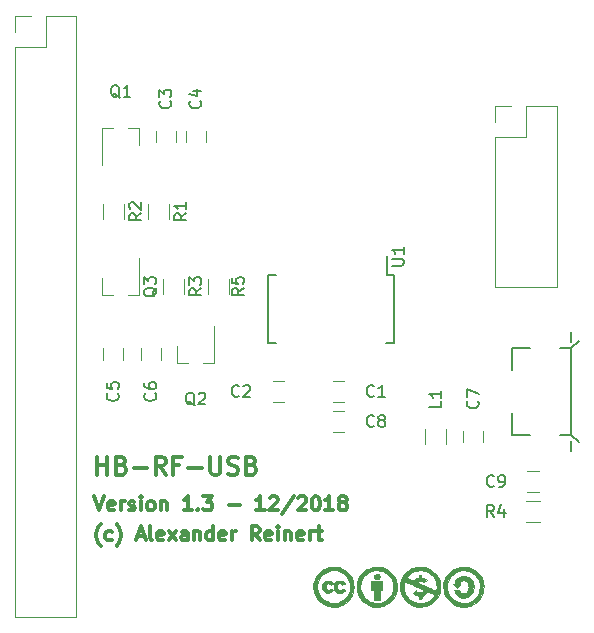
<source format=gbr>
G04 #@! TF.GenerationSoftware,KiCad,Pcbnew,(5.0.1)-3*
G04 #@! TF.CreationDate,2018-12-20T13:20:35+01:00*
G04 #@! TF.ProjectId,HB-RF-USB,48422D52462D5553422E6B696361645F,rev?*
G04 #@! TF.SameCoordinates,Original*
G04 #@! TF.FileFunction,Legend,Top*
G04 #@! TF.FilePolarity,Positive*
%FSLAX46Y46*%
G04 Gerber Fmt 4.6, Leading zero omitted, Abs format (unit mm)*
G04 Created by KiCad (PCBNEW (5.0.1)-3) date 20.12.2018 13:20:35*
%MOMM*%
%LPD*%
G01*
G04 APERTURE LIST*
%ADD10C,0.300000*%
%ADD11C,0.150000*%
%ADD12C,0.120000*%
%ADD13C,0.010000*%
%ADD14R,0.450000X1.750000*%
%ADD15C,0.700000*%
%ADD16C,4.400000*%
%ADD17R,1.300000X1.500000*%
%ADD18R,1.500000X1.250000*%
%ADD19R,1.250000X1.500000*%
%ADD20R,0.800000X1.900000*%
%ADD21O,1.700000X1.700000*%
%ADD22R,1.700000X1.700000*%
%ADD23R,1.900000X2.500000*%
%ADD24R,1.900000X1.900000*%
%ADD25R,1.900000X2.400000*%
%ADD26R,1.400000X0.400000*%
%ADD27R,1.500000X1.300000*%
G04 APERTURE END LIST*
D10*
X38409285Y-92052857D02*
X38809285Y-93252857D01*
X39209285Y-92052857D01*
X40066428Y-93195714D02*
X39952142Y-93252857D01*
X39723571Y-93252857D01*
X39609285Y-93195714D01*
X39552142Y-93081428D01*
X39552142Y-92624285D01*
X39609285Y-92510000D01*
X39723571Y-92452857D01*
X39952142Y-92452857D01*
X40066428Y-92510000D01*
X40123571Y-92624285D01*
X40123571Y-92738571D01*
X39552142Y-92852857D01*
X40637857Y-93252857D02*
X40637857Y-92452857D01*
X40637857Y-92681428D02*
X40695000Y-92567142D01*
X40752142Y-92510000D01*
X40866428Y-92452857D01*
X40980714Y-92452857D01*
X41323571Y-93195714D02*
X41437857Y-93252857D01*
X41666428Y-93252857D01*
X41780714Y-93195714D01*
X41837857Y-93081428D01*
X41837857Y-93024285D01*
X41780714Y-92910000D01*
X41666428Y-92852857D01*
X41495000Y-92852857D01*
X41380714Y-92795714D01*
X41323571Y-92681428D01*
X41323571Y-92624285D01*
X41380714Y-92510000D01*
X41495000Y-92452857D01*
X41666428Y-92452857D01*
X41780714Y-92510000D01*
X42352142Y-93252857D02*
X42352142Y-92452857D01*
X42352142Y-92052857D02*
X42295000Y-92110000D01*
X42352142Y-92167142D01*
X42409285Y-92110000D01*
X42352142Y-92052857D01*
X42352142Y-92167142D01*
X43095000Y-93252857D02*
X42980714Y-93195714D01*
X42923571Y-93138571D01*
X42866428Y-93024285D01*
X42866428Y-92681428D01*
X42923571Y-92567142D01*
X42980714Y-92510000D01*
X43095000Y-92452857D01*
X43266428Y-92452857D01*
X43380714Y-92510000D01*
X43437857Y-92567142D01*
X43495000Y-92681428D01*
X43495000Y-93024285D01*
X43437857Y-93138571D01*
X43380714Y-93195714D01*
X43266428Y-93252857D01*
X43095000Y-93252857D01*
X44009285Y-92452857D02*
X44009285Y-93252857D01*
X44009285Y-92567142D02*
X44066428Y-92510000D01*
X44180714Y-92452857D01*
X44352142Y-92452857D01*
X44466428Y-92510000D01*
X44523571Y-92624285D01*
X44523571Y-93252857D01*
X46637857Y-93252857D02*
X45952142Y-93252857D01*
X46295000Y-93252857D02*
X46295000Y-92052857D01*
X46180714Y-92224285D01*
X46066428Y-92338571D01*
X45952142Y-92395714D01*
X47152142Y-93138571D02*
X47209285Y-93195714D01*
X47152142Y-93252857D01*
X47095000Y-93195714D01*
X47152142Y-93138571D01*
X47152142Y-93252857D01*
X47609285Y-92052857D02*
X48352142Y-92052857D01*
X47952142Y-92510000D01*
X48123571Y-92510000D01*
X48237857Y-92567142D01*
X48295000Y-92624285D01*
X48352142Y-92738571D01*
X48352142Y-93024285D01*
X48295000Y-93138571D01*
X48237857Y-93195714D01*
X48123571Y-93252857D01*
X47780714Y-93252857D01*
X47666428Y-93195714D01*
X47609285Y-93138571D01*
X49780714Y-92795714D02*
X50695000Y-92795714D01*
X52809285Y-93252857D02*
X52123571Y-93252857D01*
X52466428Y-93252857D02*
X52466428Y-92052857D01*
X52352142Y-92224285D01*
X52237857Y-92338571D01*
X52123571Y-92395714D01*
X53266428Y-92167142D02*
X53323571Y-92110000D01*
X53437857Y-92052857D01*
X53723571Y-92052857D01*
X53837857Y-92110000D01*
X53895000Y-92167142D01*
X53952142Y-92281428D01*
X53952142Y-92395714D01*
X53895000Y-92567142D01*
X53209285Y-93252857D01*
X53952142Y-93252857D01*
X55323571Y-91995714D02*
X54295000Y-93538571D01*
X55666428Y-92167142D02*
X55723571Y-92110000D01*
X55837857Y-92052857D01*
X56123571Y-92052857D01*
X56237857Y-92110000D01*
X56295000Y-92167142D01*
X56352142Y-92281428D01*
X56352142Y-92395714D01*
X56295000Y-92567142D01*
X55609285Y-93252857D01*
X56352142Y-93252857D01*
X57095000Y-92052857D02*
X57209285Y-92052857D01*
X57323571Y-92110000D01*
X57380714Y-92167142D01*
X57437857Y-92281428D01*
X57495000Y-92510000D01*
X57495000Y-92795714D01*
X57437857Y-93024285D01*
X57380714Y-93138571D01*
X57323571Y-93195714D01*
X57209285Y-93252857D01*
X57095000Y-93252857D01*
X56980714Y-93195714D01*
X56923571Y-93138571D01*
X56866428Y-93024285D01*
X56809285Y-92795714D01*
X56809285Y-92510000D01*
X56866428Y-92281428D01*
X56923571Y-92167142D01*
X56980714Y-92110000D01*
X57095000Y-92052857D01*
X58637857Y-93252857D02*
X57952142Y-93252857D01*
X58295000Y-93252857D02*
X58295000Y-92052857D01*
X58180714Y-92224285D01*
X58066428Y-92338571D01*
X57952142Y-92395714D01*
X59323571Y-92567142D02*
X59209285Y-92510000D01*
X59152142Y-92452857D01*
X59095000Y-92338571D01*
X59095000Y-92281428D01*
X59152142Y-92167142D01*
X59209285Y-92110000D01*
X59323571Y-92052857D01*
X59552142Y-92052857D01*
X59666428Y-92110000D01*
X59723571Y-92167142D01*
X59780714Y-92281428D01*
X59780714Y-92338571D01*
X59723571Y-92452857D01*
X59666428Y-92510000D01*
X59552142Y-92567142D01*
X59323571Y-92567142D01*
X59209285Y-92624285D01*
X59152142Y-92681428D01*
X59095000Y-92795714D01*
X59095000Y-93024285D01*
X59152142Y-93138571D01*
X59209285Y-93195714D01*
X59323571Y-93252857D01*
X59552142Y-93252857D01*
X59666428Y-93195714D01*
X59723571Y-93138571D01*
X59780714Y-93024285D01*
X59780714Y-92795714D01*
X59723571Y-92681428D01*
X59666428Y-92624285D01*
X59552142Y-92567142D01*
X38923571Y-96250000D02*
X38866428Y-96192857D01*
X38752142Y-96021428D01*
X38695000Y-95907142D01*
X38637857Y-95735714D01*
X38580714Y-95450000D01*
X38580714Y-95221428D01*
X38637857Y-94935714D01*
X38695000Y-94764285D01*
X38752142Y-94650000D01*
X38866428Y-94478571D01*
X38923571Y-94421428D01*
X39895000Y-95735714D02*
X39780714Y-95792857D01*
X39552142Y-95792857D01*
X39437857Y-95735714D01*
X39380714Y-95678571D01*
X39323571Y-95564285D01*
X39323571Y-95221428D01*
X39380714Y-95107142D01*
X39437857Y-95050000D01*
X39552142Y-94992857D01*
X39780714Y-94992857D01*
X39895000Y-95050000D01*
X40295000Y-96250000D02*
X40352142Y-96192857D01*
X40466428Y-96021428D01*
X40523571Y-95907142D01*
X40580714Y-95735714D01*
X40637857Y-95450000D01*
X40637857Y-95221428D01*
X40580714Y-94935714D01*
X40523571Y-94764285D01*
X40466428Y-94650000D01*
X40352142Y-94478571D01*
X40295000Y-94421428D01*
X42066428Y-95450000D02*
X42637857Y-95450000D01*
X41952142Y-95792857D02*
X42352142Y-94592857D01*
X42752142Y-95792857D01*
X43323571Y-95792857D02*
X43209285Y-95735714D01*
X43152142Y-95621428D01*
X43152142Y-94592857D01*
X44237857Y-95735714D02*
X44123571Y-95792857D01*
X43895000Y-95792857D01*
X43780714Y-95735714D01*
X43723571Y-95621428D01*
X43723571Y-95164285D01*
X43780714Y-95050000D01*
X43895000Y-94992857D01*
X44123571Y-94992857D01*
X44237857Y-95050000D01*
X44295000Y-95164285D01*
X44295000Y-95278571D01*
X43723571Y-95392857D01*
X44695000Y-95792857D02*
X45323571Y-94992857D01*
X44695000Y-94992857D02*
X45323571Y-95792857D01*
X46295000Y-95792857D02*
X46295000Y-95164285D01*
X46237857Y-95050000D01*
X46123571Y-94992857D01*
X45895000Y-94992857D01*
X45780714Y-95050000D01*
X46295000Y-95735714D02*
X46180714Y-95792857D01*
X45895000Y-95792857D01*
X45780714Y-95735714D01*
X45723571Y-95621428D01*
X45723571Y-95507142D01*
X45780714Y-95392857D01*
X45895000Y-95335714D01*
X46180714Y-95335714D01*
X46295000Y-95278571D01*
X46866428Y-94992857D02*
X46866428Y-95792857D01*
X46866428Y-95107142D02*
X46923571Y-95050000D01*
X47037857Y-94992857D01*
X47209285Y-94992857D01*
X47323571Y-95050000D01*
X47380714Y-95164285D01*
X47380714Y-95792857D01*
X48466428Y-95792857D02*
X48466428Y-94592857D01*
X48466428Y-95735714D02*
X48352142Y-95792857D01*
X48123571Y-95792857D01*
X48009285Y-95735714D01*
X47952142Y-95678571D01*
X47895000Y-95564285D01*
X47895000Y-95221428D01*
X47952142Y-95107142D01*
X48009285Y-95050000D01*
X48123571Y-94992857D01*
X48352142Y-94992857D01*
X48466428Y-95050000D01*
X49495000Y-95735714D02*
X49380714Y-95792857D01*
X49152142Y-95792857D01*
X49037857Y-95735714D01*
X48980714Y-95621428D01*
X48980714Y-95164285D01*
X49037857Y-95050000D01*
X49152142Y-94992857D01*
X49380714Y-94992857D01*
X49495000Y-95050000D01*
X49552142Y-95164285D01*
X49552142Y-95278571D01*
X48980714Y-95392857D01*
X50066428Y-95792857D02*
X50066428Y-94992857D01*
X50066428Y-95221428D02*
X50123571Y-95107142D01*
X50180714Y-95050000D01*
X50295000Y-94992857D01*
X50409285Y-94992857D01*
X52409285Y-95792857D02*
X52009285Y-95221428D01*
X51723571Y-95792857D02*
X51723571Y-94592857D01*
X52180714Y-94592857D01*
X52295000Y-94650000D01*
X52352142Y-94707142D01*
X52409285Y-94821428D01*
X52409285Y-94992857D01*
X52352142Y-95107142D01*
X52295000Y-95164285D01*
X52180714Y-95221428D01*
X51723571Y-95221428D01*
X53380714Y-95735714D02*
X53266428Y-95792857D01*
X53037857Y-95792857D01*
X52923571Y-95735714D01*
X52866428Y-95621428D01*
X52866428Y-95164285D01*
X52923571Y-95050000D01*
X53037857Y-94992857D01*
X53266428Y-94992857D01*
X53380714Y-95050000D01*
X53437857Y-95164285D01*
X53437857Y-95278571D01*
X52866428Y-95392857D01*
X53952142Y-95792857D02*
X53952142Y-94992857D01*
X53952142Y-94592857D02*
X53895000Y-94650000D01*
X53952142Y-94707142D01*
X54009285Y-94650000D01*
X53952142Y-94592857D01*
X53952142Y-94707142D01*
X54523571Y-94992857D02*
X54523571Y-95792857D01*
X54523571Y-95107142D02*
X54580714Y-95050000D01*
X54695000Y-94992857D01*
X54866428Y-94992857D01*
X54980714Y-95050000D01*
X55037857Y-95164285D01*
X55037857Y-95792857D01*
X56066428Y-95735714D02*
X55952142Y-95792857D01*
X55723571Y-95792857D01*
X55609285Y-95735714D01*
X55552142Y-95621428D01*
X55552142Y-95164285D01*
X55609285Y-95050000D01*
X55723571Y-94992857D01*
X55952142Y-94992857D01*
X56066428Y-95050000D01*
X56123571Y-95164285D01*
X56123571Y-95278571D01*
X55552142Y-95392857D01*
X56637857Y-95792857D02*
X56637857Y-94992857D01*
X56637857Y-95221428D02*
X56695000Y-95107142D01*
X56752142Y-95050000D01*
X56866428Y-94992857D01*
X56980714Y-94992857D01*
X57209285Y-94992857D02*
X57666428Y-94992857D01*
X57380714Y-94592857D02*
X57380714Y-95621428D01*
X57437857Y-95735714D01*
X57552142Y-95792857D01*
X57666428Y-95792857D01*
X38652142Y-90213571D02*
X38652142Y-88713571D01*
X38652142Y-89427857D02*
X39509285Y-89427857D01*
X39509285Y-90213571D02*
X39509285Y-88713571D01*
X40723571Y-89427857D02*
X40937857Y-89499285D01*
X41009285Y-89570714D01*
X41080714Y-89713571D01*
X41080714Y-89927857D01*
X41009285Y-90070714D01*
X40937857Y-90142142D01*
X40795000Y-90213571D01*
X40223571Y-90213571D01*
X40223571Y-88713571D01*
X40723571Y-88713571D01*
X40866428Y-88785000D01*
X40937857Y-88856428D01*
X41009285Y-88999285D01*
X41009285Y-89142142D01*
X40937857Y-89285000D01*
X40866428Y-89356428D01*
X40723571Y-89427857D01*
X40223571Y-89427857D01*
X41723571Y-89642142D02*
X42866428Y-89642142D01*
X44437857Y-90213571D02*
X43937857Y-89499285D01*
X43580714Y-90213571D02*
X43580714Y-88713571D01*
X44152142Y-88713571D01*
X44295000Y-88785000D01*
X44366428Y-88856428D01*
X44437857Y-88999285D01*
X44437857Y-89213571D01*
X44366428Y-89356428D01*
X44295000Y-89427857D01*
X44152142Y-89499285D01*
X43580714Y-89499285D01*
X45580714Y-89427857D02*
X45080714Y-89427857D01*
X45080714Y-90213571D02*
X45080714Y-88713571D01*
X45795000Y-88713571D01*
X46366428Y-89642142D02*
X47509285Y-89642142D01*
X48223571Y-88713571D02*
X48223571Y-89927857D01*
X48295000Y-90070714D01*
X48366428Y-90142142D01*
X48509285Y-90213571D01*
X48795000Y-90213571D01*
X48937857Y-90142142D01*
X49009285Y-90070714D01*
X49080714Y-89927857D01*
X49080714Y-88713571D01*
X49723571Y-90142142D02*
X49937857Y-90213571D01*
X50295000Y-90213571D01*
X50437857Y-90142142D01*
X50509285Y-90070714D01*
X50580714Y-89927857D01*
X50580714Y-89785000D01*
X50509285Y-89642142D01*
X50437857Y-89570714D01*
X50295000Y-89499285D01*
X50009285Y-89427857D01*
X49866428Y-89356428D01*
X49795000Y-89285000D01*
X49723571Y-89142142D01*
X49723571Y-88999285D01*
X49795000Y-88856428D01*
X49866428Y-88785000D01*
X50009285Y-88713571D01*
X50366428Y-88713571D01*
X50580714Y-88785000D01*
X51723571Y-89427857D02*
X51937857Y-89499285D01*
X52009285Y-89570714D01*
X52080714Y-89713571D01*
X52080714Y-89927857D01*
X52009285Y-90070714D01*
X51937857Y-90142142D01*
X51795000Y-90213571D01*
X51223571Y-90213571D01*
X51223571Y-88713571D01*
X51723571Y-88713571D01*
X51866428Y-88785000D01*
X51937857Y-88856428D01*
X52009285Y-88999285D01*
X52009285Y-89142142D01*
X51937857Y-89285000D01*
X51866428Y-89356428D01*
X51723571Y-89427857D01*
X51223571Y-89427857D01*
D11*
G04 #@! TO.C,U1*
X63170000Y-73325000D02*
X63170000Y-71725000D01*
X53095000Y-73325000D02*
X53095000Y-79075000D01*
X63745000Y-73325000D02*
X63745000Y-79075000D01*
X53095000Y-73325000D02*
X53745000Y-73325000D01*
X53095000Y-79075000D02*
X53745000Y-79075000D01*
X63745000Y-79075000D02*
X63095000Y-79075000D01*
X63745000Y-73325000D02*
X63170000Y-73325000D01*
D12*
G04 #@! TO.C,R1*
X44695000Y-67345000D02*
X44695000Y-68545000D01*
X42935000Y-68545000D02*
X42935000Y-67345000D01*
G04 #@! TO.C,C1*
X58575000Y-84035000D02*
X59575000Y-84035000D01*
X59575000Y-82335000D02*
X58575000Y-82335000D01*
G04 #@! TO.C,C2*
X53495000Y-84035000D02*
X54495000Y-84035000D01*
X54495000Y-82335000D02*
X53495000Y-82335000D01*
G04 #@! TO.C,C5*
X39155000Y-79510000D02*
X39155000Y-80510000D01*
X40855000Y-80510000D02*
X40855000Y-79510000D01*
G04 #@! TO.C,C6*
X44030000Y-80510000D02*
X44030000Y-79510000D01*
X42330000Y-79510000D02*
X42330000Y-80510000D01*
G04 #@! TO.C,R3*
X44205000Y-74895000D02*
X44205000Y-73695000D01*
X45965000Y-73695000D02*
X45965000Y-74895000D01*
G04 #@! TO.C,Q2*
X45410000Y-80770000D02*
X45410000Y-79310000D01*
X48570000Y-80770000D02*
X48570000Y-77610000D01*
X48570000Y-80770000D02*
X47640000Y-80770000D01*
X45410000Y-80770000D02*
X46340000Y-80770000D01*
G04 #@! TO.C,J2*
X31670000Y-51375000D02*
X33000000Y-51375000D01*
X31670000Y-52705000D02*
X31670000Y-51375000D01*
X34270000Y-51375000D02*
X36870000Y-51375000D01*
X34270000Y-53975000D02*
X34270000Y-51375000D01*
X31670000Y-53975000D02*
X34270000Y-53975000D01*
X36870000Y-51375000D02*
X36870000Y-102295000D01*
X31670000Y-53975000D02*
X31670000Y-102295000D01*
X31670000Y-102295000D02*
X36870000Y-102295000D01*
G04 #@! TO.C,C3*
X43600000Y-61095000D02*
X43600000Y-62095000D01*
X45300000Y-62095000D02*
X45300000Y-61095000D01*
G04 #@! TO.C,C4*
X47840000Y-62095000D02*
X47840000Y-61095000D01*
X46140000Y-61095000D02*
X46140000Y-62095000D01*
D11*
G04 #@! TO.C,J1*
X78758000Y-86885000D02*
X78758000Y-79485000D01*
X73758000Y-84985000D02*
X73758000Y-86885000D01*
X78758000Y-79485000D02*
X79408000Y-78885000D01*
X78758000Y-86885000D02*
X79408000Y-87485000D01*
X73758000Y-81385000D02*
X73758000Y-79485000D01*
X73758000Y-79485000D02*
X75308000Y-79485000D01*
X73758000Y-86885000D02*
X75308000Y-86885000D01*
X78758000Y-79485000D02*
X77858000Y-79485000D01*
X78758000Y-86885000D02*
X77858000Y-86885000D01*
X78758000Y-79035000D02*
X78758000Y-78185000D01*
X78758000Y-87335000D02*
X78758000Y-88185000D01*
D12*
G04 #@! TO.C,J3*
X72330000Y-58995000D02*
X73660000Y-58995000D01*
X72330000Y-60325000D02*
X72330000Y-58995000D01*
X74930000Y-58995000D02*
X77530000Y-58995000D01*
X74930000Y-61595000D02*
X74930000Y-58995000D01*
X72330000Y-61595000D02*
X74930000Y-61595000D01*
X77530000Y-58995000D02*
X77530000Y-74355000D01*
X72330000Y-61595000D02*
X72330000Y-74355000D01*
X72330000Y-74355000D02*
X77530000Y-74355000D01*
G04 #@! TO.C,Q1*
X42220000Y-60835000D02*
X42220000Y-62295000D01*
X39060000Y-60835000D02*
X39060000Y-63995000D01*
X39060000Y-60835000D02*
X39990000Y-60835000D01*
X42220000Y-60835000D02*
X41290000Y-60835000D01*
G04 #@! TO.C,R2*
X39125000Y-68545000D02*
X39125000Y-67345000D01*
X40885000Y-67345000D02*
X40885000Y-68545000D01*
D13*
G04 #@! TO.C,*
G36*
X69766663Y-98825908D02*
X69891036Y-98845343D01*
X69943844Y-98859392D01*
X70093363Y-98924606D01*
X70224457Y-99019163D01*
X70334517Y-99139748D01*
X70420937Y-99283048D01*
X70481109Y-99445749D01*
X70506997Y-99575132D01*
X70517633Y-99769657D01*
X70496671Y-99952556D01*
X70444830Y-100120875D01*
X70362827Y-100271658D01*
X70325782Y-100321424D01*
X70202105Y-100447147D01*
X70058981Y-100543440D01*
X69899940Y-100608961D01*
X69728512Y-100642365D01*
X69548228Y-100642307D01*
X69498715Y-100636412D01*
X69345463Y-100596754D01*
X69207160Y-100526164D01*
X69087761Y-100428294D01*
X68991223Y-100306792D01*
X68921504Y-100165308D01*
X68896080Y-100080536D01*
X68873558Y-99985286D01*
X69301406Y-99985286D01*
X69321431Y-100064810D01*
X69356372Y-100141170D01*
X69415267Y-100209618D01*
X69486973Y-100258550D01*
X69519225Y-100270773D01*
X69564607Y-100278324D01*
X69629601Y-100283232D01*
X69679430Y-100284337D01*
X69788061Y-100269945D01*
X69878656Y-100225985D01*
X69954732Y-100150288D01*
X69993714Y-100090772D01*
X70041243Y-99980879D01*
X70069892Y-99856405D01*
X70080233Y-99724910D01*
X70072837Y-99593952D01*
X70048276Y-99471091D01*
X70007121Y-99363885D01*
X69949946Y-99279895D01*
X69930987Y-99261429D01*
X69841483Y-99205796D01*
X69735325Y-99176851D01*
X69621370Y-99175474D01*
X69508472Y-99202548D01*
X69476462Y-99216194D01*
X69415718Y-99259748D01*
X69362647Y-99323185D01*
X69327726Y-99392629D01*
X69320680Y-99422479D01*
X69323127Y-99456802D01*
X69349096Y-99473275D01*
X69365231Y-99476908D01*
X69384984Y-99481749D01*
X69393418Y-99490016D01*
X69387666Y-99506068D01*
X69364859Y-99534262D01*
X69322131Y-99578959D01*
X69256614Y-99644516D01*
X69251838Y-99649265D01*
X69088000Y-99812172D01*
X68924120Y-99649265D01*
X68760239Y-99486357D01*
X68819798Y-99477286D01*
X68858150Y-99467169D01*
X68881464Y-99444703D01*
X68899522Y-99399267D01*
X68903339Y-99386571D01*
X68966988Y-99219692D01*
X69051613Y-99082130D01*
X69157946Y-98973090D01*
X69286719Y-98891777D01*
X69398314Y-98848555D01*
X69506321Y-98827237D01*
X69633764Y-98819781D01*
X69766663Y-98825908D01*
X69766663Y-98825908D01*
G37*
X69766663Y-98825908D02*
X69891036Y-98845343D01*
X69943844Y-98859392D01*
X70093363Y-98924606D01*
X70224457Y-99019163D01*
X70334517Y-99139748D01*
X70420937Y-99283048D01*
X70481109Y-99445749D01*
X70506997Y-99575132D01*
X70517633Y-99769657D01*
X70496671Y-99952556D01*
X70444830Y-100120875D01*
X70362827Y-100271658D01*
X70325782Y-100321424D01*
X70202105Y-100447147D01*
X70058981Y-100543440D01*
X69899940Y-100608961D01*
X69728512Y-100642365D01*
X69548228Y-100642307D01*
X69498715Y-100636412D01*
X69345463Y-100596754D01*
X69207160Y-100526164D01*
X69087761Y-100428294D01*
X68991223Y-100306792D01*
X68921504Y-100165308D01*
X68896080Y-100080536D01*
X68873558Y-99985286D01*
X69301406Y-99985286D01*
X69321431Y-100064810D01*
X69356372Y-100141170D01*
X69415267Y-100209618D01*
X69486973Y-100258550D01*
X69519225Y-100270773D01*
X69564607Y-100278324D01*
X69629601Y-100283232D01*
X69679430Y-100284337D01*
X69788061Y-100269945D01*
X69878656Y-100225985D01*
X69954732Y-100150288D01*
X69993714Y-100090772D01*
X70041243Y-99980879D01*
X70069892Y-99856405D01*
X70080233Y-99724910D01*
X70072837Y-99593952D01*
X70048276Y-99471091D01*
X70007121Y-99363885D01*
X69949946Y-99279895D01*
X69930987Y-99261429D01*
X69841483Y-99205796D01*
X69735325Y-99176851D01*
X69621370Y-99175474D01*
X69508472Y-99202548D01*
X69476462Y-99216194D01*
X69415718Y-99259748D01*
X69362647Y-99323185D01*
X69327726Y-99392629D01*
X69320680Y-99422479D01*
X69323127Y-99456802D01*
X69349096Y-99473275D01*
X69365231Y-99476908D01*
X69384984Y-99481749D01*
X69393418Y-99490016D01*
X69387666Y-99506068D01*
X69364859Y-99534262D01*
X69322131Y-99578959D01*
X69256614Y-99644516D01*
X69251838Y-99649265D01*
X69088000Y-99812172D01*
X68924120Y-99649265D01*
X68760239Y-99486357D01*
X68819798Y-99477286D01*
X68858150Y-99467169D01*
X68881464Y-99444703D01*
X68899522Y-99399267D01*
X68903339Y-99386571D01*
X68966988Y-99219692D01*
X69051613Y-99082130D01*
X69157946Y-98973090D01*
X69286719Y-98891777D01*
X69398314Y-98848555D01*
X69506321Y-98827237D01*
X69633764Y-98819781D01*
X69766663Y-98825908D01*
G36*
X62376171Y-98613794D02*
X62453934Y-98643599D01*
X62490167Y-98671972D01*
X62532515Y-98737539D01*
X62551080Y-98818013D01*
X62546575Y-98902491D01*
X62519713Y-98980067D01*
X62471206Y-99039836D01*
X62465845Y-99043939D01*
X62400544Y-99074028D01*
X62318737Y-99087477D01*
X62237226Y-99082044D01*
X62217534Y-99077075D01*
X62151664Y-99044222D01*
X62109404Y-98990437D01*
X62088336Y-98911536D01*
X62084857Y-98847515D01*
X62086675Y-98780692D01*
X62094724Y-98737382D01*
X62112899Y-98704889D01*
X62136556Y-98678939D01*
X62206721Y-98631675D01*
X62290179Y-98609890D01*
X62376171Y-98613794D01*
X62376171Y-98613794D01*
G37*
X62376171Y-98613794D02*
X62453934Y-98643599D01*
X62490167Y-98671972D01*
X62532515Y-98737539D01*
X62551080Y-98818013D01*
X62546575Y-98902491D01*
X62519713Y-98980067D01*
X62471206Y-99039836D01*
X62465845Y-99043939D01*
X62400544Y-99074028D01*
X62318737Y-99087477D01*
X62237226Y-99082044D01*
X62217534Y-99077075D01*
X62151664Y-99044222D01*
X62109404Y-98990437D01*
X62088336Y-98911536D01*
X62084857Y-98847515D01*
X62086675Y-98780692D01*
X62094724Y-98737382D01*
X62112899Y-98704889D01*
X62136556Y-98678939D01*
X62206721Y-98631675D01*
X62290179Y-98609890D01*
X62376171Y-98613794D01*
G36*
X62450225Y-99187335D02*
X62552439Y-99188542D01*
X62627533Y-99190925D01*
X62680089Y-99194789D01*
X62714685Y-99200437D01*
X62735904Y-99208174D01*
X62745775Y-99215510D01*
X62755627Y-99230294D01*
X62762980Y-99255400D01*
X62768174Y-99295604D01*
X62771551Y-99355681D01*
X62773453Y-99440407D01*
X62774220Y-99554559D01*
X62774285Y-99614653D01*
X62774285Y-99985286D01*
X62574714Y-99985286D01*
X62574714Y-100819857D01*
X62048571Y-100819857D01*
X62048571Y-99985286D01*
X61849000Y-99985286D01*
X61849000Y-99616169D01*
X61849259Y-99490306D01*
X61850312Y-99395727D01*
X61852577Y-99327434D01*
X61856467Y-99280429D01*
X61862398Y-99249711D01*
X61870787Y-99230283D01*
X61882048Y-99217144D01*
X61882178Y-99217026D01*
X61897241Y-99207071D01*
X61920646Y-99199549D01*
X61957110Y-99194132D01*
X62011348Y-99190495D01*
X62088079Y-99188312D01*
X62192017Y-99187256D01*
X62316311Y-99187000D01*
X62450225Y-99187335D01*
X62450225Y-99187335D01*
G37*
X62450225Y-99187335D02*
X62552439Y-99188542D01*
X62627533Y-99190925D01*
X62680089Y-99194789D01*
X62714685Y-99200437D01*
X62735904Y-99208174D01*
X62745775Y-99215510D01*
X62755627Y-99230294D01*
X62762980Y-99255400D01*
X62768174Y-99295604D01*
X62771551Y-99355681D01*
X62773453Y-99440407D01*
X62774220Y-99554559D01*
X62774285Y-99614653D01*
X62774285Y-99985286D01*
X62574714Y-99985286D01*
X62574714Y-100819857D01*
X62048571Y-100819857D01*
X62048571Y-99985286D01*
X61849000Y-99985286D01*
X61849000Y-99616169D01*
X61849259Y-99490306D01*
X61850312Y-99395727D01*
X61852577Y-99327434D01*
X61856467Y-99280429D01*
X61862398Y-99249711D01*
X61870787Y-99230283D01*
X61882048Y-99217144D01*
X61882178Y-99217026D01*
X61897241Y-99207071D01*
X61920646Y-99199549D01*
X61957110Y-99194132D01*
X62011348Y-99190495D01*
X62088079Y-99188312D01*
X62192017Y-99187256D01*
X62316311Y-99187000D01*
X62450225Y-99187335D01*
G36*
X59209862Y-99189204D02*
X59316450Y-99203754D01*
X59408076Y-99231007D01*
X59441331Y-99247349D01*
X59495885Y-99285177D01*
X59546012Y-99329834D01*
X59584919Y-99373907D01*
X59605816Y-99409981D01*
X59605835Y-99426937D01*
X59585869Y-99442341D01*
X59542999Y-99467670D01*
X59493642Y-99493770D01*
X59390643Y-99545729D01*
X59357224Y-99501347D01*
X59317186Y-99462634D01*
X59265664Y-99429273D01*
X59262603Y-99427779D01*
X59187501Y-99410370D01*
X59111906Y-99423713D01*
X59047134Y-99464468D01*
X59018735Y-99499756D01*
X58982796Y-99587561D01*
X58969409Y-99687552D01*
X58977706Y-99788932D01*
X59006818Y-99880902D01*
X59055075Y-99951867D01*
X59093600Y-99983969D01*
X59135032Y-99999281D01*
X59195267Y-100003413D01*
X59201140Y-100003429D01*
X59260973Y-100000564D01*
X59301487Y-99987248D01*
X59339494Y-99956400D01*
X59357934Y-99937382D01*
X59420224Y-99871335D01*
X59510946Y-99913826D01*
X59562810Y-99939896D01*
X59599732Y-99961765D01*
X59610817Y-99971124D01*
X59607219Y-99996789D01*
X59580568Y-100036255D01*
X59537547Y-100082528D01*
X59484839Y-100128616D01*
X59429128Y-100167524D01*
X59415874Y-100175114D01*
X59310954Y-100215178D01*
X59190212Y-100234238D01*
X59068270Y-100231033D01*
X58982428Y-100212493D01*
X58872460Y-100158284D01*
X58781355Y-100073930D01*
X58716622Y-99972249D01*
X58690730Y-99913917D01*
X58675455Y-99860976D01*
X58668166Y-99799803D01*
X58666228Y-99716776D01*
X58666224Y-99711534D01*
X58667745Y-99628801D01*
X58674148Y-99568821D01*
X58688194Y-99518127D01*
X58712646Y-99463247D01*
X58720193Y-99448301D01*
X58790604Y-99344219D01*
X58881132Y-99262783D01*
X58984677Y-99210076D01*
X59005870Y-99203640D01*
X59101830Y-99188714D01*
X59209862Y-99189204D01*
X59209862Y-99189204D01*
G37*
X59209862Y-99189204D02*
X59316450Y-99203754D01*
X59408076Y-99231007D01*
X59441331Y-99247349D01*
X59495885Y-99285177D01*
X59546012Y-99329834D01*
X59584919Y-99373907D01*
X59605816Y-99409981D01*
X59605835Y-99426937D01*
X59585869Y-99442341D01*
X59542999Y-99467670D01*
X59493642Y-99493770D01*
X59390643Y-99545729D01*
X59357224Y-99501347D01*
X59317186Y-99462634D01*
X59265664Y-99429273D01*
X59262603Y-99427779D01*
X59187501Y-99410370D01*
X59111906Y-99423713D01*
X59047134Y-99464468D01*
X59018735Y-99499756D01*
X58982796Y-99587561D01*
X58969409Y-99687552D01*
X58977706Y-99788932D01*
X59006818Y-99880902D01*
X59055075Y-99951867D01*
X59093600Y-99983969D01*
X59135032Y-99999281D01*
X59195267Y-100003413D01*
X59201140Y-100003429D01*
X59260973Y-100000564D01*
X59301487Y-99987248D01*
X59339494Y-99956400D01*
X59357934Y-99937382D01*
X59420224Y-99871335D01*
X59510946Y-99913826D01*
X59562810Y-99939896D01*
X59599732Y-99961765D01*
X59610817Y-99971124D01*
X59607219Y-99996789D01*
X59580568Y-100036255D01*
X59537547Y-100082528D01*
X59484839Y-100128616D01*
X59429128Y-100167524D01*
X59415874Y-100175114D01*
X59310954Y-100215178D01*
X59190212Y-100234238D01*
X59068270Y-100231033D01*
X58982428Y-100212493D01*
X58872460Y-100158284D01*
X58781355Y-100073930D01*
X58716622Y-99972249D01*
X58690730Y-99913917D01*
X58675455Y-99860976D01*
X58668166Y-99799803D01*
X58666228Y-99716776D01*
X58666224Y-99711534D01*
X58667745Y-99628801D01*
X58674148Y-99568821D01*
X58688194Y-99518127D01*
X58712646Y-99463247D01*
X58720193Y-99448301D01*
X58790604Y-99344219D01*
X58881132Y-99262783D01*
X58984677Y-99210076D01*
X59005870Y-99203640D01*
X59101830Y-99188714D01*
X59209862Y-99189204D01*
G36*
X58291047Y-99194561D02*
X58377554Y-99212161D01*
X58385969Y-99214965D01*
X58434465Y-99239033D01*
X58490169Y-99276797D01*
X58544592Y-99321057D01*
X58589249Y-99364610D01*
X58615652Y-99400254D01*
X58619356Y-99413027D01*
X58604480Y-99430674D01*
X58565699Y-99458724D01*
X58511748Y-99490912D01*
X58404355Y-99549896D01*
X58365909Y-99495903D01*
X58306165Y-99440917D01*
X58231000Y-99414761D01*
X58150219Y-99420180D01*
X58125717Y-99428639D01*
X58062912Y-99466686D01*
X58021199Y-99522723D01*
X57996940Y-99603057D01*
X57989280Y-99665165D01*
X57989892Y-99781167D01*
X58013393Y-99872082D01*
X58060999Y-99941926D01*
X58077889Y-99957478D01*
X58143378Y-99993108D01*
X58218087Y-100004361D01*
X58291416Y-99992538D01*
X58352766Y-99958942D01*
X58384787Y-99919782D01*
X58406276Y-99889672D01*
X58433113Y-99879365D01*
X58472882Y-99889242D01*
X58533167Y-99919686D01*
X58547896Y-99928015D01*
X58638220Y-99979602D01*
X58563186Y-100064845D01*
X58476029Y-100147843D01*
X58383586Y-100200228D01*
X58275438Y-100226957D01*
X58211357Y-100232288D01*
X58138195Y-100233034D01*
X58071956Y-100229665D01*
X58029928Y-100223499D01*
X57916771Y-100176018D01*
X57818817Y-100099686D01*
X57743283Y-100001046D01*
X57712312Y-99935452D01*
X57682620Y-99812926D01*
X57676947Y-99678503D01*
X57695252Y-99547453D01*
X57713445Y-99487805D01*
X57761103Y-99398958D01*
X57831069Y-99316320D01*
X57913395Y-99249638D01*
X57998133Y-99208659D01*
X57998436Y-99208568D01*
X58085149Y-99192494D01*
X58188132Y-99187915D01*
X58291047Y-99194561D01*
X58291047Y-99194561D01*
G37*
X58291047Y-99194561D02*
X58377554Y-99212161D01*
X58385969Y-99214965D01*
X58434465Y-99239033D01*
X58490169Y-99276797D01*
X58544592Y-99321057D01*
X58589249Y-99364610D01*
X58615652Y-99400254D01*
X58619356Y-99413027D01*
X58604480Y-99430674D01*
X58565699Y-99458724D01*
X58511748Y-99490912D01*
X58404355Y-99549896D01*
X58365909Y-99495903D01*
X58306165Y-99440917D01*
X58231000Y-99414761D01*
X58150219Y-99420180D01*
X58125717Y-99428639D01*
X58062912Y-99466686D01*
X58021199Y-99522723D01*
X57996940Y-99603057D01*
X57989280Y-99665165D01*
X57989892Y-99781167D01*
X58013393Y-99872082D01*
X58060999Y-99941926D01*
X58077889Y-99957478D01*
X58143378Y-99993108D01*
X58218087Y-100004361D01*
X58291416Y-99992538D01*
X58352766Y-99958942D01*
X58384787Y-99919782D01*
X58406276Y-99889672D01*
X58433113Y-99879365D01*
X58472882Y-99889242D01*
X58533167Y-99919686D01*
X58547896Y-99928015D01*
X58638220Y-99979602D01*
X58563186Y-100064845D01*
X58476029Y-100147843D01*
X58383586Y-100200228D01*
X58275438Y-100226957D01*
X58211357Y-100232288D01*
X58138195Y-100233034D01*
X58071956Y-100229665D01*
X58029928Y-100223499D01*
X57916771Y-100176018D01*
X57818817Y-100099686D01*
X57743283Y-100001046D01*
X57712312Y-99935452D01*
X57682620Y-99812926D01*
X57676947Y-99678503D01*
X57695252Y-99547453D01*
X57713445Y-99487805D01*
X57761103Y-99398958D01*
X57831069Y-99316320D01*
X57913395Y-99249638D01*
X57998133Y-99208659D01*
X57998436Y-99208568D01*
X58085149Y-99192494D01*
X58188132Y-99187915D01*
X58291047Y-99194561D01*
G36*
X69805842Y-98017065D02*
X70050989Y-98056510D01*
X70185643Y-98093091D01*
X70404262Y-98180062D01*
X70609607Y-98299316D01*
X70798296Y-98448223D01*
X70966945Y-98624156D01*
X71097883Y-98802007D01*
X71206921Y-99003405D01*
X71285769Y-99220126D01*
X71334461Y-99447417D01*
X71353029Y-99680521D01*
X71341508Y-99914682D01*
X71299931Y-100145144D01*
X71228330Y-100367153D01*
X71126740Y-100575951D01*
X71084976Y-100643698D01*
X70946165Y-100824568D01*
X70779386Y-100988309D01*
X70590571Y-101130725D01*
X70385655Y-101247615D01*
X70170573Y-101334782D01*
X70065782Y-101364753D01*
X69898154Y-101395578D01*
X69716777Y-101410724D01*
X69535261Y-101409879D01*
X69367217Y-101392733D01*
X69310340Y-101382012D01*
X69076487Y-101316211D01*
X68864088Y-101224022D01*
X68668181Y-101102644D01*
X68483806Y-100949278D01*
X68405165Y-100871054D01*
X68246735Y-100680678D01*
X68121368Y-100475431D01*
X68029291Y-100255879D01*
X67970730Y-100022589D01*
X67945911Y-99776130D01*
X67945000Y-99717240D01*
X67945835Y-99702953D01*
X68256254Y-99702953D01*
X68259758Y-99841854D01*
X68273720Y-99965671D01*
X68279659Y-99996355D01*
X68341645Y-100199650D01*
X68434913Y-100390355D01*
X68555897Y-100565200D01*
X68701033Y-100720918D01*
X68866755Y-100854241D01*
X69049498Y-100961900D01*
X69245698Y-101040626D01*
X69451789Y-101087153D01*
X69472499Y-101089872D01*
X69630350Y-101098679D01*
X69799778Y-101090219D01*
X69961203Y-101065751D01*
X70004071Y-101055751D01*
X70191878Y-100990399D01*
X70374622Y-100893982D01*
X70545435Y-100771679D01*
X70697449Y-100628665D01*
X70823794Y-100470117D01*
X70862552Y-100408739D01*
X70948562Y-100228659D01*
X71007816Y-100030649D01*
X71039311Y-99822345D01*
X71042043Y-99611381D01*
X71015007Y-99405390D01*
X71001866Y-99349256D01*
X70934893Y-99159423D01*
X70836334Y-98977592D01*
X70710816Y-98809402D01*
X70562960Y-98660493D01*
X70397392Y-98536504D01*
X70282519Y-98471973D01*
X70152285Y-98412244D01*
X70037460Y-98370740D01*
X69925443Y-98344564D01*
X69803632Y-98330817D01*
X69659424Y-98326600D01*
X69650428Y-98326587D01*
X69473795Y-98333808D01*
X69319248Y-98357423D01*
X69175251Y-98400180D01*
X69030269Y-98464827D01*
X68997285Y-98482158D01*
X68817817Y-98598579D01*
X68655049Y-98743706D01*
X68513505Y-98912062D01*
X68397708Y-99098172D01*
X68312180Y-99296559D01*
X68303965Y-99321562D01*
X68278811Y-99430226D01*
X68262756Y-99561551D01*
X68256254Y-99702953D01*
X67945835Y-99702953D01*
X67959302Y-99472568D01*
X68003255Y-99246369D01*
X68078430Y-99034134D01*
X68186396Y-98831355D01*
X68317697Y-98647196D01*
X68484783Y-98466335D01*
X68672058Y-98314266D01*
X68876512Y-98191881D01*
X69095129Y-98100075D01*
X69324899Y-98039741D01*
X69562807Y-98011773D01*
X69805842Y-98017065D01*
X69805842Y-98017065D01*
G37*
X69805842Y-98017065D02*
X70050989Y-98056510D01*
X70185643Y-98093091D01*
X70404262Y-98180062D01*
X70609607Y-98299316D01*
X70798296Y-98448223D01*
X70966945Y-98624156D01*
X71097883Y-98802007D01*
X71206921Y-99003405D01*
X71285769Y-99220126D01*
X71334461Y-99447417D01*
X71353029Y-99680521D01*
X71341508Y-99914682D01*
X71299931Y-100145144D01*
X71228330Y-100367153D01*
X71126740Y-100575951D01*
X71084976Y-100643698D01*
X70946165Y-100824568D01*
X70779386Y-100988309D01*
X70590571Y-101130725D01*
X70385655Y-101247615D01*
X70170573Y-101334782D01*
X70065782Y-101364753D01*
X69898154Y-101395578D01*
X69716777Y-101410724D01*
X69535261Y-101409879D01*
X69367217Y-101392733D01*
X69310340Y-101382012D01*
X69076487Y-101316211D01*
X68864088Y-101224022D01*
X68668181Y-101102644D01*
X68483806Y-100949278D01*
X68405165Y-100871054D01*
X68246735Y-100680678D01*
X68121368Y-100475431D01*
X68029291Y-100255879D01*
X67970730Y-100022589D01*
X67945911Y-99776130D01*
X67945000Y-99717240D01*
X67945835Y-99702953D01*
X68256254Y-99702953D01*
X68259758Y-99841854D01*
X68273720Y-99965671D01*
X68279659Y-99996355D01*
X68341645Y-100199650D01*
X68434913Y-100390355D01*
X68555897Y-100565200D01*
X68701033Y-100720918D01*
X68866755Y-100854241D01*
X69049498Y-100961900D01*
X69245698Y-101040626D01*
X69451789Y-101087153D01*
X69472499Y-101089872D01*
X69630350Y-101098679D01*
X69799778Y-101090219D01*
X69961203Y-101065751D01*
X70004071Y-101055751D01*
X70191878Y-100990399D01*
X70374622Y-100893982D01*
X70545435Y-100771679D01*
X70697449Y-100628665D01*
X70823794Y-100470117D01*
X70862552Y-100408739D01*
X70948562Y-100228659D01*
X71007816Y-100030649D01*
X71039311Y-99822345D01*
X71042043Y-99611381D01*
X71015007Y-99405390D01*
X71001866Y-99349256D01*
X70934893Y-99159423D01*
X70836334Y-98977592D01*
X70710816Y-98809402D01*
X70562960Y-98660493D01*
X70397392Y-98536504D01*
X70282519Y-98471973D01*
X70152285Y-98412244D01*
X70037460Y-98370740D01*
X69925443Y-98344564D01*
X69803632Y-98330817D01*
X69659424Y-98326600D01*
X69650428Y-98326587D01*
X69473795Y-98333808D01*
X69319248Y-98357423D01*
X69175251Y-98400180D01*
X69030269Y-98464827D01*
X68997285Y-98482158D01*
X68817817Y-98598579D01*
X68655049Y-98743706D01*
X68513505Y-98912062D01*
X68397708Y-99098172D01*
X68312180Y-99296559D01*
X68303965Y-99321562D01*
X68278811Y-99430226D01*
X68262756Y-99561551D01*
X68256254Y-99702953D01*
X67945835Y-99702953D01*
X67959302Y-99472568D01*
X68003255Y-99246369D01*
X68078430Y-99034134D01*
X68186396Y-98831355D01*
X68317697Y-98647196D01*
X68484783Y-98466335D01*
X68672058Y-98314266D01*
X68876512Y-98191881D01*
X69095129Y-98100075D01*
X69324899Y-98039741D01*
X69562807Y-98011773D01*
X69805842Y-98017065D01*
G36*
X66139497Y-98017048D02*
X66374964Y-98054157D01*
X66601241Y-98121043D01*
X66812838Y-98217012D01*
X66916126Y-98278755D01*
X67115099Y-98429803D01*
X67287477Y-98604231D01*
X67431565Y-98799674D01*
X67545670Y-99013767D01*
X67628097Y-99244145D01*
X67639902Y-99289017D01*
X67665828Y-99432181D01*
X67679851Y-99596654D01*
X67681966Y-99769642D01*
X67672170Y-99938350D01*
X67650455Y-100089984D01*
X67640228Y-100135896D01*
X67570023Y-100356014D01*
X67472718Y-100556150D01*
X67345384Y-100741302D01*
X67185096Y-100916468D01*
X67180444Y-100920952D01*
X67014178Y-101066149D01*
X66846865Y-101181251D01*
X66669883Y-101271649D01*
X66539276Y-101321876D01*
X66310011Y-101382526D01*
X66072941Y-101412256D01*
X65836738Y-101410379D01*
X65677143Y-101390000D01*
X65451831Y-101331381D01*
X65235807Y-101240550D01*
X65032824Y-101120774D01*
X64846631Y-100975321D01*
X64680980Y-100807458D01*
X64539622Y-100620453D01*
X64426308Y-100417574D01*
X64356183Y-100239286D01*
X64322458Y-100124110D01*
X64299760Y-100018330D01*
X64286773Y-99910805D01*
X64282183Y-99790390D01*
X64283609Y-99707653D01*
X64588886Y-99707653D01*
X64597432Y-99884028D01*
X64624328Y-100040411D01*
X64672478Y-100189643D01*
X64723379Y-100302786D01*
X64840747Y-100501105D01*
X64982631Y-100672745D01*
X65149726Y-100818399D01*
X65342726Y-100938761D01*
X65379985Y-100957654D01*
X65491604Y-101008919D01*
X65591625Y-101045444D01*
X65690093Y-101069190D01*
X65797052Y-101082115D01*
X65922548Y-101086182D01*
X66030928Y-101084701D01*
X66146783Y-101080462D01*
X66235421Y-101073873D01*
X66305889Y-101063794D01*
X66367236Y-101049087D01*
X66402465Y-101037897D01*
X66567452Y-100973043D01*
X66710614Y-100896601D01*
X66843674Y-100801262D01*
X66978352Y-100679717D01*
X66981005Y-100677105D01*
X67059337Y-100595668D01*
X67122461Y-100521668D01*
X67167432Y-100459215D01*
X67191307Y-100412421D01*
X67191142Y-100385396D01*
X67190431Y-100384619D01*
X67169710Y-100372732D01*
X67122457Y-100349544D01*
X67055282Y-100318012D01*
X66974792Y-100281097D01*
X66887595Y-100241758D01*
X66800300Y-100202955D01*
X66719516Y-100167646D01*
X66651849Y-100138792D01*
X66603909Y-100119352D01*
X66582347Y-100112286D01*
X66568463Y-100127531D01*
X66551458Y-100164726D01*
X66549700Y-100169635D01*
X66496869Y-100268238D01*
X66414408Y-100353617D01*
X66307931Y-100421175D01*
X66189208Y-100464775D01*
X66103500Y-100486694D01*
X66101376Y-100612454D01*
X66099253Y-100738214D01*
X65903928Y-100738214D01*
X65893358Y-100479660D01*
X65786666Y-100467589D01*
X65691675Y-100446440D01*
X65586910Y-100406814D01*
X65488461Y-100355683D01*
X65424366Y-100310597D01*
X65380231Y-100273461D01*
X65500851Y-100152841D01*
X65621471Y-100032222D01*
X65663140Y-100071367D01*
X65734844Y-100121820D01*
X65823433Y-100159262D01*
X65919297Y-100182079D01*
X66012826Y-100188657D01*
X66094408Y-100177382D01*
X66147083Y-100152629D01*
X66176772Y-100124061D01*
X66190706Y-100087767D01*
X66194214Y-100029737D01*
X66194214Y-100028720D01*
X66192109Y-99974130D01*
X66181140Y-99942513D01*
X66154323Y-99920605D01*
X66130714Y-99908102D01*
X66079855Y-99883646D01*
X66004545Y-99848905D01*
X65908873Y-99805654D01*
X65796926Y-99755670D01*
X65672793Y-99700728D01*
X65540560Y-99642603D01*
X65404315Y-99583071D01*
X65268145Y-99523907D01*
X65136140Y-99466887D01*
X65012385Y-99413787D01*
X64900969Y-99366382D01*
X64805980Y-99326448D01*
X64731505Y-99295760D01*
X64681631Y-99276094D01*
X64660446Y-99269225D01*
X64660079Y-99269300D01*
X64644594Y-99295329D01*
X64628846Y-99349686D01*
X64614123Y-99424442D01*
X64601712Y-99511675D01*
X64592899Y-99603456D01*
X64588974Y-99691861D01*
X64588886Y-99707653D01*
X64283609Y-99707653D01*
X64284673Y-99645944D01*
X64285016Y-99636368D01*
X64305045Y-99406914D01*
X64348987Y-99200014D01*
X64419269Y-99008979D01*
X64456729Y-98940202D01*
X64824630Y-98940202D01*
X64840166Y-98956931D01*
X64880722Y-98981615D01*
X64937544Y-99008932D01*
X64938022Y-99009139D01*
X65001491Y-99036798D01*
X65086129Y-99073991D01*
X65179976Y-99115452D01*
X65255374Y-99148920D01*
X65459534Y-99239776D01*
X65496260Y-99167787D01*
X65561479Y-99079738D01*
X65657788Y-99009984D01*
X65784796Y-98958778D01*
X65844964Y-98943355D01*
X65871079Y-98935755D01*
X65885997Y-98921700D01*
X65892850Y-98892547D01*
X65894769Y-98839657D01*
X65894857Y-98805654D01*
X65894857Y-98679000D01*
X66094428Y-98679000D01*
X66094428Y-98931356D01*
X66162464Y-98942508D01*
X66245114Y-98961662D01*
X66333444Y-98991024D01*
X66414314Y-99025534D01*
X66474584Y-99060133D01*
X66481385Y-99065297D01*
X66531383Y-99105357D01*
X66312621Y-99321463D01*
X66226696Y-99279717D01*
X66134013Y-99245182D01*
X66041475Y-99229011D01*
X65955922Y-99230488D01*
X65884195Y-99248896D01*
X65833134Y-99283519D01*
X65811560Y-99323204D01*
X65807920Y-99364064D01*
X65815450Y-99386973D01*
X65835220Y-99397779D01*
X65884075Y-99421267D01*
X65957903Y-99455610D01*
X66052596Y-99498976D01*
X66164046Y-99549538D01*
X66288142Y-99605464D01*
X66420775Y-99664927D01*
X66557837Y-99726096D01*
X66695218Y-99787142D01*
X66828809Y-99846236D01*
X66954501Y-99901547D01*
X67068184Y-99951248D01*
X67165750Y-99993508D01*
X67243089Y-100026498D01*
X67296091Y-100048388D01*
X67320649Y-100057349D01*
X67321492Y-100057469D01*
X67339742Y-100042183D01*
X67352829Y-100007964D01*
X67375011Y-99845735D01*
X67377527Y-99667093D01*
X67361174Y-99485588D01*
X67326753Y-99314770D01*
X67308303Y-99253069D01*
X67233341Y-99080202D01*
X67127572Y-98912790D01*
X66996473Y-98756628D01*
X66845522Y-98617512D01*
X66680195Y-98501238D01*
X66520748Y-98419693D01*
X66318792Y-98353972D01*
X66107543Y-98320900D01*
X65892563Y-98320022D01*
X65679415Y-98350881D01*
X65473661Y-98413022D01*
X65280866Y-98505989D01*
X65251601Y-98523688D01*
X65195957Y-98562976D01*
X65129994Y-98616620D01*
X65059194Y-98679270D01*
X64989044Y-98745576D01*
X64925028Y-98810187D01*
X64872631Y-98867754D01*
X64837338Y-98912925D01*
X64824630Y-98940202D01*
X64456729Y-98940202D01*
X64518319Y-98827123D01*
X64640043Y-98658302D01*
X64786739Y-98497592D01*
X64953283Y-98353384D01*
X65132318Y-98230939D01*
X65316489Y-98135517D01*
X65432846Y-98091319D01*
X65662949Y-98034936D01*
X65900329Y-98010410D01*
X66139497Y-98017048D01*
X66139497Y-98017048D01*
G37*
X66139497Y-98017048D02*
X66374964Y-98054157D01*
X66601241Y-98121043D01*
X66812838Y-98217012D01*
X66916126Y-98278755D01*
X67115099Y-98429803D01*
X67287477Y-98604231D01*
X67431565Y-98799674D01*
X67545670Y-99013767D01*
X67628097Y-99244145D01*
X67639902Y-99289017D01*
X67665828Y-99432181D01*
X67679851Y-99596654D01*
X67681966Y-99769642D01*
X67672170Y-99938350D01*
X67650455Y-100089984D01*
X67640228Y-100135896D01*
X67570023Y-100356014D01*
X67472718Y-100556150D01*
X67345384Y-100741302D01*
X67185096Y-100916468D01*
X67180444Y-100920952D01*
X67014178Y-101066149D01*
X66846865Y-101181251D01*
X66669883Y-101271649D01*
X66539276Y-101321876D01*
X66310011Y-101382526D01*
X66072941Y-101412256D01*
X65836738Y-101410379D01*
X65677143Y-101390000D01*
X65451831Y-101331381D01*
X65235807Y-101240550D01*
X65032824Y-101120774D01*
X64846631Y-100975321D01*
X64680980Y-100807458D01*
X64539622Y-100620453D01*
X64426308Y-100417574D01*
X64356183Y-100239286D01*
X64322458Y-100124110D01*
X64299760Y-100018330D01*
X64286773Y-99910805D01*
X64282183Y-99790390D01*
X64283609Y-99707653D01*
X64588886Y-99707653D01*
X64597432Y-99884028D01*
X64624328Y-100040411D01*
X64672478Y-100189643D01*
X64723379Y-100302786D01*
X64840747Y-100501105D01*
X64982631Y-100672745D01*
X65149726Y-100818399D01*
X65342726Y-100938761D01*
X65379985Y-100957654D01*
X65491604Y-101008919D01*
X65591625Y-101045444D01*
X65690093Y-101069190D01*
X65797052Y-101082115D01*
X65922548Y-101086182D01*
X66030928Y-101084701D01*
X66146783Y-101080462D01*
X66235421Y-101073873D01*
X66305889Y-101063794D01*
X66367236Y-101049087D01*
X66402465Y-101037897D01*
X66567452Y-100973043D01*
X66710614Y-100896601D01*
X66843674Y-100801262D01*
X66978352Y-100679717D01*
X66981005Y-100677105D01*
X67059337Y-100595668D01*
X67122461Y-100521668D01*
X67167432Y-100459215D01*
X67191307Y-100412421D01*
X67191142Y-100385396D01*
X67190431Y-100384619D01*
X67169710Y-100372732D01*
X67122457Y-100349544D01*
X67055282Y-100318012D01*
X66974792Y-100281097D01*
X66887595Y-100241758D01*
X66800300Y-100202955D01*
X66719516Y-100167646D01*
X66651849Y-100138792D01*
X66603909Y-100119352D01*
X66582347Y-100112286D01*
X66568463Y-100127531D01*
X66551458Y-100164726D01*
X66549700Y-100169635D01*
X66496869Y-100268238D01*
X66414408Y-100353617D01*
X66307931Y-100421175D01*
X66189208Y-100464775D01*
X66103500Y-100486694D01*
X66101376Y-100612454D01*
X66099253Y-100738214D01*
X65903928Y-100738214D01*
X65893358Y-100479660D01*
X65786666Y-100467589D01*
X65691675Y-100446440D01*
X65586910Y-100406814D01*
X65488461Y-100355683D01*
X65424366Y-100310597D01*
X65380231Y-100273461D01*
X65500851Y-100152841D01*
X65621471Y-100032222D01*
X65663140Y-100071367D01*
X65734844Y-100121820D01*
X65823433Y-100159262D01*
X65919297Y-100182079D01*
X66012826Y-100188657D01*
X66094408Y-100177382D01*
X66147083Y-100152629D01*
X66176772Y-100124061D01*
X66190706Y-100087767D01*
X66194214Y-100029737D01*
X66194214Y-100028720D01*
X66192109Y-99974130D01*
X66181140Y-99942513D01*
X66154323Y-99920605D01*
X66130714Y-99908102D01*
X66079855Y-99883646D01*
X66004545Y-99848905D01*
X65908873Y-99805654D01*
X65796926Y-99755670D01*
X65672793Y-99700728D01*
X65540560Y-99642603D01*
X65404315Y-99583071D01*
X65268145Y-99523907D01*
X65136140Y-99466887D01*
X65012385Y-99413787D01*
X64900969Y-99366382D01*
X64805980Y-99326448D01*
X64731505Y-99295760D01*
X64681631Y-99276094D01*
X64660446Y-99269225D01*
X64660079Y-99269300D01*
X64644594Y-99295329D01*
X64628846Y-99349686D01*
X64614123Y-99424442D01*
X64601712Y-99511675D01*
X64592899Y-99603456D01*
X64588974Y-99691861D01*
X64588886Y-99707653D01*
X64283609Y-99707653D01*
X64284673Y-99645944D01*
X64285016Y-99636368D01*
X64305045Y-99406914D01*
X64348987Y-99200014D01*
X64419269Y-99008979D01*
X64456729Y-98940202D01*
X64824630Y-98940202D01*
X64840166Y-98956931D01*
X64880722Y-98981615D01*
X64937544Y-99008932D01*
X64938022Y-99009139D01*
X65001491Y-99036798D01*
X65086129Y-99073991D01*
X65179976Y-99115452D01*
X65255374Y-99148920D01*
X65459534Y-99239776D01*
X65496260Y-99167787D01*
X65561479Y-99079738D01*
X65657788Y-99009984D01*
X65784796Y-98958778D01*
X65844964Y-98943355D01*
X65871079Y-98935755D01*
X65885997Y-98921700D01*
X65892850Y-98892547D01*
X65894769Y-98839657D01*
X65894857Y-98805654D01*
X65894857Y-98679000D01*
X66094428Y-98679000D01*
X66094428Y-98931356D01*
X66162464Y-98942508D01*
X66245114Y-98961662D01*
X66333444Y-98991024D01*
X66414314Y-99025534D01*
X66474584Y-99060133D01*
X66481385Y-99065297D01*
X66531383Y-99105357D01*
X66312621Y-99321463D01*
X66226696Y-99279717D01*
X66134013Y-99245182D01*
X66041475Y-99229011D01*
X65955922Y-99230488D01*
X65884195Y-99248896D01*
X65833134Y-99283519D01*
X65811560Y-99323204D01*
X65807920Y-99364064D01*
X65815450Y-99386973D01*
X65835220Y-99397779D01*
X65884075Y-99421267D01*
X65957903Y-99455610D01*
X66052596Y-99498976D01*
X66164046Y-99549538D01*
X66288142Y-99605464D01*
X66420775Y-99664927D01*
X66557837Y-99726096D01*
X66695218Y-99787142D01*
X66828809Y-99846236D01*
X66954501Y-99901547D01*
X67068184Y-99951248D01*
X67165750Y-99993508D01*
X67243089Y-100026498D01*
X67296091Y-100048388D01*
X67320649Y-100057349D01*
X67321492Y-100057469D01*
X67339742Y-100042183D01*
X67352829Y-100007964D01*
X67375011Y-99845735D01*
X67377527Y-99667093D01*
X67361174Y-99485588D01*
X67326753Y-99314770D01*
X67308303Y-99253069D01*
X67233341Y-99080202D01*
X67127572Y-98912790D01*
X66996473Y-98756628D01*
X66845522Y-98617512D01*
X66680195Y-98501238D01*
X66520748Y-98419693D01*
X66318792Y-98353972D01*
X66107543Y-98320900D01*
X65892563Y-98320022D01*
X65679415Y-98350881D01*
X65473661Y-98413022D01*
X65280866Y-98505989D01*
X65251601Y-98523688D01*
X65195957Y-98562976D01*
X65129994Y-98616620D01*
X65059194Y-98679270D01*
X64989044Y-98745576D01*
X64925028Y-98810187D01*
X64872631Y-98867754D01*
X64837338Y-98912925D01*
X64824630Y-98940202D01*
X64456729Y-98940202D01*
X64518319Y-98827123D01*
X64640043Y-98658302D01*
X64786739Y-98497592D01*
X64953283Y-98353384D01*
X65132318Y-98230939D01*
X65316489Y-98135517D01*
X65432846Y-98091319D01*
X65662949Y-98034936D01*
X65900329Y-98010410D01*
X66139497Y-98017048D01*
G36*
X62498857Y-98018740D02*
X62731921Y-98057254D01*
X62955231Y-98126186D01*
X63148167Y-98216776D01*
X63355262Y-98352559D01*
X63538630Y-98513907D01*
X63696030Y-98697913D01*
X63825226Y-98901671D01*
X63923976Y-99122273D01*
X63975088Y-99290390D01*
X64000319Y-99430681D01*
X64014147Y-99592520D01*
X64016565Y-99763210D01*
X64007568Y-99930057D01*
X63987151Y-100080362D01*
X63975485Y-100134225D01*
X63904129Y-100357520D01*
X63804260Y-100561300D01*
X63673477Y-100749705D01*
X63524220Y-100912600D01*
X63328796Y-101079306D01*
X63119216Y-101212926D01*
X62893543Y-101314542D01*
X62697278Y-101374217D01*
X62596423Y-101392202D01*
X62472220Y-101404235D01*
X62337166Y-101409997D01*
X62203759Y-101409170D01*
X62084495Y-101401436D01*
X62015315Y-101391588D01*
X61783869Y-101332328D01*
X61572246Y-101246066D01*
X61375791Y-101130249D01*
X61189853Y-100982321D01*
X61084956Y-100880764D01*
X60926714Y-100696506D01*
X60802130Y-100503922D01*
X60708803Y-100298741D01*
X60652269Y-100111289D01*
X60633083Y-100001727D01*
X60620683Y-99868881D01*
X60615246Y-99724675D01*
X60615329Y-99717607D01*
X60923833Y-99717607D01*
X60930785Y-99873655D01*
X60951872Y-100014429D01*
X60957759Y-100039413D01*
X61027796Y-100243893D01*
X61130177Y-100436730D01*
X61261546Y-100612767D01*
X61418544Y-100766846D01*
X61445754Y-100789066D01*
X61557294Y-100872798D01*
X61658413Y-100936164D01*
X61762187Y-100986442D01*
X61878068Y-101029699D01*
X62082010Y-101079973D01*
X62296315Y-101099120D01*
X62512231Y-101086855D01*
X62674357Y-101055751D01*
X62863539Y-100989796D01*
X63045961Y-100892656D01*
X63215741Y-100769171D01*
X63366997Y-100624184D01*
X63493847Y-100462536D01*
X63581063Y-100309403D01*
X63634638Y-100184954D01*
X63671418Y-100069559D01*
X63693965Y-99951070D01*
X63704841Y-99817342D01*
X63706875Y-99713143D01*
X63703507Y-99568101D01*
X63690754Y-99446094D01*
X63665699Y-99334453D01*
X63625428Y-99220509D01*
X63567025Y-99091592D01*
X63561040Y-99079353D01*
X63520667Y-99001167D01*
X63481559Y-98936933D01*
X63436552Y-98877107D01*
X63378483Y-98812143D01*
X63302346Y-98734639D01*
X63208358Y-98644968D01*
X63127310Y-98576951D01*
X63050057Y-98523449D01*
X62982750Y-98485206D01*
X62774782Y-98396140D01*
X62558369Y-98340986D01*
X62337566Y-98320044D01*
X62116423Y-98333611D01*
X61898993Y-98381987D01*
X61841655Y-98400982D01*
X61658441Y-98484450D01*
X61485247Y-98598950D01*
X61326817Y-98739614D01*
X61187898Y-98901574D01*
X61073236Y-99079961D01*
X60987576Y-99269907D01*
X60983585Y-99281211D01*
X60950653Y-99409047D01*
X60930596Y-99558625D01*
X60923833Y-99717607D01*
X60615329Y-99717607D01*
X60616948Y-99581033D01*
X60625964Y-99449880D01*
X60641011Y-99349842D01*
X60707124Y-99123721D01*
X60805819Y-98908389D01*
X60934072Y-98707646D01*
X61088858Y-98525295D01*
X61267153Y-98365137D01*
X61465931Y-98230976D01*
X61578022Y-98171965D01*
X61795621Y-98087255D01*
X62025258Y-98033585D01*
X62261486Y-98010798D01*
X62498857Y-98018740D01*
X62498857Y-98018740D01*
G37*
X62498857Y-98018740D02*
X62731921Y-98057254D01*
X62955231Y-98126186D01*
X63148167Y-98216776D01*
X63355262Y-98352559D01*
X63538630Y-98513907D01*
X63696030Y-98697913D01*
X63825226Y-98901671D01*
X63923976Y-99122273D01*
X63975088Y-99290390D01*
X64000319Y-99430681D01*
X64014147Y-99592520D01*
X64016565Y-99763210D01*
X64007568Y-99930057D01*
X63987151Y-100080362D01*
X63975485Y-100134225D01*
X63904129Y-100357520D01*
X63804260Y-100561300D01*
X63673477Y-100749705D01*
X63524220Y-100912600D01*
X63328796Y-101079306D01*
X63119216Y-101212926D01*
X62893543Y-101314542D01*
X62697278Y-101374217D01*
X62596423Y-101392202D01*
X62472220Y-101404235D01*
X62337166Y-101409997D01*
X62203759Y-101409170D01*
X62084495Y-101401436D01*
X62015315Y-101391588D01*
X61783869Y-101332328D01*
X61572246Y-101246066D01*
X61375791Y-101130249D01*
X61189853Y-100982321D01*
X61084956Y-100880764D01*
X60926714Y-100696506D01*
X60802130Y-100503922D01*
X60708803Y-100298741D01*
X60652269Y-100111289D01*
X60633083Y-100001727D01*
X60620683Y-99868881D01*
X60615246Y-99724675D01*
X60615329Y-99717607D01*
X60923833Y-99717607D01*
X60930785Y-99873655D01*
X60951872Y-100014429D01*
X60957759Y-100039413D01*
X61027796Y-100243893D01*
X61130177Y-100436730D01*
X61261546Y-100612767D01*
X61418544Y-100766846D01*
X61445754Y-100789066D01*
X61557294Y-100872798D01*
X61658413Y-100936164D01*
X61762187Y-100986442D01*
X61878068Y-101029699D01*
X62082010Y-101079973D01*
X62296315Y-101099120D01*
X62512231Y-101086855D01*
X62674357Y-101055751D01*
X62863539Y-100989796D01*
X63045961Y-100892656D01*
X63215741Y-100769171D01*
X63366997Y-100624184D01*
X63493847Y-100462536D01*
X63581063Y-100309403D01*
X63634638Y-100184954D01*
X63671418Y-100069559D01*
X63693965Y-99951070D01*
X63704841Y-99817342D01*
X63706875Y-99713143D01*
X63703507Y-99568101D01*
X63690754Y-99446094D01*
X63665699Y-99334453D01*
X63625428Y-99220509D01*
X63567025Y-99091592D01*
X63561040Y-99079353D01*
X63520667Y-99001167D01*
X63481559Y-98936933D01*
X63436552Y-98877107D01*
X63378483Y-98812143D01*
X63302346Y-98734639D01*
X63208358Y-98644968D01*
X63127310Y-98576951D01*
X63050057Y-98523449D01*
X62982750Y-98485206D01*
X62774782Y-98396140D01*
X62558369Y-98340986D01*
X62337566Y-98320044D01*
X62116423Y-98333611D01*
X61898993Y-98381987D01*
X61841655Y-98400982D01*
X61658441Y-98484450D01*
X61485247Y-98598950D01*
X61326817Y-98739614D01*
X61187898Y-98901574D01*
X61073236Y-99079961D01*
X60987576Y-99269907D01*
X60983585Y-99281211D01*
X60950653Y-99409047D01*
X60930596Y-99558625D01*
X60923833Y-99717607D01*
X60615329Y-99717607D01*
X60616948Y-99581033D01*
X60625964Y-99449880D01*
X60641011Y-99349842D01*
X60707124Y-99123721D01*
X60805819Y-98908389D01*
X60934072Y-98707646D01*
X61088858Y-98525295D01*
X61267153Y-98365137D01*
X61465931Y-98230976D01*
X61578022Y-98171965D01*
X61795621Y-98087255D01*
X62025258Y-98033585D01*
X62261486Y-98010798D01*
X62498857Y-98018740D01*
G36*
X58925452Y-98029312D02*
X59123725Y-98070462D01*
X59162947Y-98082223D01*
X59386600Y-98171488D01*
X59595349Y-98290744D01*
X59785466Y-98436676D01*
X59953224Y-98605969D01*
X60094896Y-98795308D01*
X60206755Y-99001376D01*
X60213569Y-99016794D01*
X60290890Y-99236758D01*
X60337461Y-99466675D01*
X60353699Y-99701356D01*
X60340018Y-99935611D01*
X60296832Y-100164251D01*
X60224558Y-100382086D01*
X60123610Y-100583927D01*
X60083158Y-100647500D01*
X59935482Y-100835499D01*
X59763962Y-101000048D01*
X59572515Y-101139516D01*
X59365059Y-101252273D01*
X59145508Y-101336687D01*
X58917781Y-101391128D01*
X58685793Y-101413963D01*
X58453461Y-101403563D01*
X58320214Y-101381684D01*
X58073817Y-101312314D01*
X57846250Y-101211971D01*
X57638147Y-101081071D01*
X57450147Y-100920030D01*
X57282887Y-100729264D01*
X57247217Y-100680947D01*
X57125062Y-100479507D01*
X57033556Y-100262448D01*
X56973224Y-100034383D01*
X56944591Y-99799923D01*
X56946359Y-99683593D01*
X57252428Y-99683593D01*
X57264262Y-99891538D01*
X57308908Y-100096799D01*
X57386584Y-100296129D01*
X57497504Y-100486280D01*
X57555075Y-100563910D01*
X57701697Y-100720609D01*
X57873365Y-100855442D01*
X58063330Y-100964028D01*
X58264840Y-101041981D01*
X58311143Y-101054867D01*
X58455770Y-101080972D01*
X58618004Y-101091701D01*
X58783053Y-101087064D01*
X58936124Y-101067073D01*
X58992419Y-101054329D01*
X59145551Y-101002458D01*
X59304941Y-100927836D01*
X59456515Y-100837765D01*
X59566193Y-100756597D01*
X59719816Y-100606264D01*
X59845176Y-100435698D01*
X59941275Y-100248611D01*
X60007110Y-100048716D01*
X60041683Y-99839726D01*
X60043992Y-99625353D01*
X60013039Y-99409311D01*
X59970254Y-99256748D01*
X59897027Y-99082824D01*
X59798761Y-98922429D01*
X59670733Y-98768287D01*
X59618849Y-98715286D01*
X59450604Y-98571997D01*
X59269645Y-98461805D01*
X59073463Y-98383596D01*
X58859551Y-98336257D01*
X58734553Y-98323054D01*
X58511060Y-98325118D01*
X58295847Y-98361944D01*
X58091546Y-98432550D01*
X57900792Y-98535951D01*
X57726218Y-98671166D01*
X57677894Y-98717288D01*
X57528903Y-98889934D01*
X57411645Y-99076135D01*
X57326336Y-99272644D01*
X57273191Y-99476212D01*
X57252428Y-99683593D01*
X56946359Y-99683593D01*
X56948183Y-99563677D01*
X56984524Y-99330259D01*
X57054141Y-99104279D01*
X57064648Y-99078143D01*
X57174284Y-98857588D01*
X57312148Y-98655959D01*
X57475087Y-98476273D01*
X57659946Y-98321549D01*
X57863573Y-98194804D01*
X58082813Y-98099055D01*
X58090695Y-98096314D01*
X58284384Y-98045102D01*
X58495157Y-98016771D01*
X58712387Y-98011461D01*
X58925452Y-98029312D01*
X58925452Y-98029312D01*
G37*
X58925452Y-98029312D02*
X59123725Y-98070462D01*
X59162947Y-98082223D01*
X59386600Y-98171488D01*
X59595349Y-98290744D01*
X59785466Y-98436676D01*
X59953224Y-98605969D01*
X60094896Y-98795308D01*
X60206755Y-99001376D01*
X60213569Y-99016794D01*
X60290890Y-99236758D01*
X60337461Y-99466675D01*
X60353699Y-99701356D01*
X60340018Y-99935611D01*
X60296832Y-100164251D01*
X60224558Y-100382086D01*
X60123610Y-100583927D01*
X60083158Y-100647500D01*
X59935482Y-100835499D01*
X59763962Y-101000048D01*
X59572515Y-101139516D01*
X59365059Y-101252273D01*
X59145508Y-101336687D01*
X58917781Y-101391128D01*
X58685793Y-101413963D01*
X58453461Y-101403563D01*
X58320214Y-101381684D01*
X58073817Y-101312314D01*
X57846250Y-101211971D01*
X57638147Y-101081071D01*
X57450147Y-100920030D01*
X57282887Y-100729264D01*
X57247217Y-100680947D01*
X57125062Y-100479507D01*
X57033556Y-100262448D01*
X56973224Y-100034383D01*
X56944591Y-99799923D01*
X56946359Y-99683593D01*
X57252428Y-99683593D01*
X57264262Y-99891538D01*
X57308908Y-100096799D01*
X57386584Y-100296129D01*
X57497504Y-100486280D01*
X57555075Y-100563910D01*
X57701697Y-100720609D01*
X57873365Y-100855442D01*
X58063330Y-100964028D01*
X58264840Y-101041981D01*
X58311143Y-101054867D01*
X58455770Y-101080972D01*
X58618004Y-101091701D01*
X58783053Y-101087064D01*
X58936124Y-101067073D01*
X58992419Y-101054329D01*
X59145551Y-101002458D01*
X59304941Y-100927836D01*
X59456515Y-100837765D01*
X59566193Y-100756597D01*
X59719816Y-100606264D01*
X59845176Y-100435698D01*
X59941275Y-100248611D01*
X60007110Y-100048716D01*
X60041683Y-99839726D01*
X60043992Y-99625353D01*
X60013039Y-99409311D01*
X59970254Y-99256748D01*
X59897027Y-99082824D01*
X59798761Y-98922429D01*
X59670733Y-98768287D01*
X59618849Y-98715286D01*
X59450604Y-98571997D01*
X59269645Y-98461805D01*
X59073463Y-98383596D01*
X58859551Y-98336257D01*
X58734553Y-98323054D01*
X58511060Y-98325118D01*
X58295847Y-98361944D01*
X58091546Y-98432550D01*
X57900792Y-98535951D01*
X57726218Y-98671166D01*
X57677894Y-98717288D01*
X57528903Y-98889934D01*
X57411645Y-99076135D01*
X57326336Y-99272644D01*
X57273191Y-99476212D01*
X57252428Y-99683593D01*
X56946359Y-99683593D01*
X56948183Y-99563677D01*
X56984524Y-99330259D01*
X57054141Y-99104279D01*
X57064648Y-99078143D01*
X57174284Y-98857588D01*
X57312148Y-98655959D01*
X57475087Y-98476273D01*
X57659946Y-98321549D01*
X57863573Y-98194804D01*
X58082813Y-98099055D01*
X58090695Y-98096314D01*
X58284384Y-98045102D01*
X58495157Y-98016771D01*
X58712387Y-98011461D01*
X58925452Y-98029312D01*
D12*
G04 #@! TO.C,C7*
X69635000Y-86495000D02*
X69635000Y-87495000D01*
X71335000Y-87495000D02*
X71335000Y-86495000D01*
G04 #@! TO.C,C8*
X58575000Y-86575000D02*
X59575000Y-86575000D01*
X59575000Y-84875000D02*
X58575000Y-84875000D01*
G04 #@! TO.C,L1*
X66430000Y-87595000D02*
X66430000Y-86395000D01*
X68190000Y-86395000D02*
X68190000Y-87595000D01*
G04 #@! TO.C,C9*
X76065000Y-89955000D02*
X75065000Y-89955000D01*
X75065000Y-91655000D02*
X76065000Y-91655000D01*
G04 #@! TO.C,R4*
X74965000Y-92465000D02*
X76165000Y-92465000D01*
X76165000Y-94225000D02*
X74965000Y-94225000D01*
G04 #@! TO.C,Q3*
X39060000Y-75055000D02*
X39060000Y-73595000D01*
X42220000Y-75055000D02*
X42220000Y-71895000D01*
X42220000Y-75055000D02*
X41290000Y-75055000D01*
X39060000Y-75055000D02*
X39990000Y-75055000D01*
G04 #@! TO.C,R5*
X49775000Y-73695000D02*
X49775000Y-74895000D01*
X48015000Y-74895000D02*
X48015000Y-73695000D01*
G04 #@! TO.C,U1*
D11*
X63587380Y-72516904D02*
X64396904Y-72516904D01*
X64492142Y-72469285D01*
X64539761Y-72421666D01*
X64587380Y-72326428D01*
X64587380Y-72135952D01*
X64539761Y-72040714D01*
X64492142Y-71993095D01*
X64396904Y-71945476D01*
X63587380Y-71945476D01*
X64587380Y-70945476D02*
X64587380Y-71516904D01*
X64587380Y-71231190D02*
X63587380Y-71231190D01*
X63730238Y-71326428D01*
X63825476Y-71421666D01*
X63873095Y-71516904D01*
G04 #@! TO.C,R1*
X46172380Y-68111666D02*
X45696190Y-68445000D01*
X46172380Y-68683095D02*
X45172380Y-68683095D01*
X45172380Y-68302142D01*
X45220000Y-68206904D01*
X45267619Y-68159285D01*
X45362857Y-68111666D01*
X45505714Y-68111666D01*
X45600952Y-68159285D01*
X45648571Y-68206904D01*
X45696190Y-68302142D01*
X45696190Y-68683095D01*
X46172380Y-67159285D02*
X46172380Y-67730714D01*
X46172380Y-67445000D02*
X45172380Y-67445000D01*
X45315238Y-67540238D01*
X45410476Y-67635476D01*
X45458095Y-67730714D01*
G04 #@! TO.C,C1*
X62063333Y-83542142D02*
X62015714Y-83589761D01*
X61872857Y-83637380D01*
X61777619Y-83637380D01*
X61634761Y-83589761D01*
X61539523Y-83494523D01*
X61491904Y-83399285D01*
X61444285Y-83208809D01*
X61444285Y-83065952D01*
X61491904Y-82875476D01*
X61539523Y-82780238D01*
X61634761Y-82685000D01*
X61777619Y-82637380D01*
X61872857Y-82637380D01*
X62015714Y-82685000D01*
X62063333Y-82732619D01*
X63015714Y-83637380D02*
X62444285Y-83637380D01*
X62730000Y-83637380D02*
X62730000Y-82637380D01*
X62634761Y-82780238D01*
X62539523Y-82875476D01*
X62444285Y-82923095D01*
G04 #@! TO.C,C2*
X50633333Y-83542142D02*
X50585714Y-83589761D01*
X50442857Y-83637380D01*
X50347619Y-83637380D01*
X50204761Y-83589761D01*
X50109523Y-83494523D01*
X50061904Y-83399285D01*
X50014285Y-83208809D01*
X50014285Y-83065952D01*
X50061904Y-82875476D01*
X50109523Y-82780238D01*
X50204761Y-82685000D01*
X50347619Y-82637380D01*
X50442857Y-82637380D01*
X50585714Y-82685000D01*
X50633333Y-82732619D01*
X51014285Y-82732619D02*
X51061904Y-82685000D01*
X51157142Y-82637380D01*
X51395238Y-82637380D01*
X51490476Y-82685000D01*
X51538095Y-82732619D01*
X51585714Y-82827857D01*
X51585714Y-82923095D01*
X51538095Y-83065952D01*
X50966666Y-83637380D01*
X51585714Y-83637380D01*
G04 #@! TO.C,C5*
X40362142Y-83351666D02*
X40409761Y-83399285D01*
X40457380Y-83542142D01*
X40457380Y-83637380D01*
X40409761Y-83780238D01*
X40314523Y-83875476D01*
X40219285Y-83923095D01*
X40028809Y-83970714D01*
X39885952Y-83970714D01*
X39695476Y-83923095D01*
X39600238Y-83875476D01*
X39505000Y-83780238D01*
X39457380Y-83637380D01*
X39457380Y-83542142D01*
X39505000Y-83399285D01*
X39552619Y-83351666D01*
X39457380Y-82446904D02*
X39457380Y-82923095D01*
X39933571Y-82970714D01*
X39885952Y-82923095D01*
X39838333Y-82827857D01*
X39838333Y-82589761D01*
X39885952Y-82494523D01*
X39933571Y-82446904D01*
X40028809Y-82399285D01*
X40266904Y-82399285D01*
X40362142Y-82446904D01*
X40409761Y-82494523D01*
X40457380Y-82589761D01*
X40457380Y-82827857D01*
X40409761Y-82923095D01*
X40362142Y-82970714D01*
G04 #@! TO.C,C6*
X43537142Y-83351666D02*
X43584761Y-83399285D01*
X43632380Y-83542142D01*
X43632380Y-83637380D01*
X43584761Y-83780238D01*
X43489523Y-83875476D01*
X43394285Y-83923095D01*
X43203809Y-83970714D01*
X43060952Y-83970714D01*
X42870476Y-83923095D01*
X42775238Y-83875476D01*
X42680000Y-83780238D01*
X42632380Y-83637380D01*
X42632380Y-83542142D01*
X42680000Y-83399285D01*
X42727619Y-83351666D01*
X42632380Y-82494523D02*
X42632380Y-82685000D01*
X42680000Y-82780238D01*
X42727619Y-82827857D01*
X42870476Y-82923095D01*
X43060952Y-82970714D01*
X43441904Y-82970714D01*
X43537142Y-82923095D01*
X43584761Y-82875476D01*
X43632380Y-82780238D01*
X43632380Y-82589761D01*
X43584761Y-82494523D01*
X43537142Y-82446904D01*
X43441904Y-82399285D01*
X43203809Y-82399285D01*
X43108571Y-82446904D01*
X43060952Y-82494523D01*
X43013333Y-82589761D01*
X43013333Y-82780238D01*
X43060952Y-82875476D01*
X43108571Y-82923095D01*
X43203809Y-82970714D01*
G04 #@! TO.C,R3*
X47442380Y-74461666D02*
X46966190Y-74795000D01*
X47442380Y-75033095D02*
X46442380Y-75033095D01*
X46442380Y-74652142D01*
X46490000Y-74556904D01*
X46537619Y-74509285D01*
X46632857Y-74461666D01*
X46775714Y-74461666D01*
X46870952Y-74509285D01*
X46918571Y-74556904D01*
X46966190Y-74652142D01*
X46966190Y-75033095D01*
X46442380Y-74128333D02*
X46442380Y-73509285D01*
X46823333Y-73842619D01*
X46823333Y-73699761D01*
X46870952Y-73604523D01*
X46918571Y-73556904D01*
X47013809Y-73509285D01*
X47251904Y-73509285D01*
X47347142Y-73556904D01*
X47394761Y-73604523D01*
X47442380Y-73699761D01*
X47442380Y-73985476D01*
X47394761Y-74080714D01*
X47347142Y-74128333D01*
G04 #@! TO.C,Q2*
X46894761Y-84367619D02*
X46799523Y-84320000D01*
X46704285Y-84224761D01*
X46561428Y-84081904D01*
X46466190Y-84034285D01*
X46370952Y-84034285D01*
X46418571Y-84272380D02*
X46323333Y-84224761D01*
X46228095Y-84129523D01*
X46180476Y-83939047D01*
X46180476Y-83605714D01*
X46228095Y-83415238D01*
X46323333Y-83320000D01*
X46418571Y-83272380D01*
X46609047Y-83272380D01*
X46704285Y-83320000D01*
X46799523Y-83415238D01*
X46847142Y-83605714D01*
X46847142Y-83939047D01*
X46799523Y-84129523D01*
X46704285Y-84224761D01*
X46609047Y-84272380D01*
X46418571Y-84272380D01*
X47228095Y-83367619D02*
X47275714Y-83320000D01*
X47370952Y-83272380D01*
X47609047Y-83272380D01*
X47704285Y-83320000D01*
X47751904Y-83367619D01*
X47799523Y-83462857D01*
X47799523Y-83558095D01*
X47751904Y-83700952D01*
X47180476Y-84272380D01*
X47799523Y-84272380D01*
G04 #@! TO.C,C3*
X44807142Y-58586666D02*
X44854761Y-58634285D01*
X44902380Y-58777142D01*
X44902380Y-58872380D01*
X44854761Y-59015238D01*
X44759523Y-59110476D01*
X44664285Y-59158095D01*
X44473809Y-59205714D01*
X44330952Y-59205714D01*
X44140476Y-59158095D01*
X44045238Y-59110476D01*
X43950000Y-59015238D01*
X43902380Y-58872380D01*
X43902380Y-58777142D01*
X43950000Y-58634285D01*
X43997619Y-58586666D01*
X43902380Y-58253333D02*
X43902380Y-57634285D01*
X44283333Y-57967619D01*
X44283333Y-57824761D01*
X44330952Y-57729523D01*
X44378571Y-57681904D01*
X44473809Y-57634285D01*
X44711904Y-57634285D01*
X44807142Y-57681904D01*
X44854761Y-57729523D01*
X44902380Y-57824761D01*
X44902380Y-58110476D01*
X44854761Y-58205714D01*
X44807142Y-58253333D01*
G04 #@! TO.C,C4*
X47347142Y-58586666D02*
X47394761Y-58634285D01*
X47442380Y-58777142D01*
X47442380Y-58872380D01*
X47394761Y-59015238D01*
X47299523Y-59110476D01*
X47204285Y-59158095D01*
X47013809Y-59205714D01*
X46870952Y-59205714D01*
X46680476Y-59158095D01*
X46585238Y-59110476D01*
X46490000Y-59015238D01*
X46442380Y-58872380D01*
X46442380Y-58777142D01*
X46490000Y-58634285D01*
X46537619Y-58586666D01*
X46775714Y-57729523D02*
X47442380Y-57729523D01*
X46394761Y-57967619D02*
X47109047Y-58205714D01*
X47109047Y-57586666D01*
G04 #@! TO.C,Q1*
X40544761Y-58332619D02*
X40449523Y-58285000D01*
X40354285Y-58189761D01*
X40211428Y-58046904D01*
X40116190Y-57999285D01*
X40020952Y-57999285D01*
X40068571Y-58237380D02*
X39973333Y-58189761D01*
X39878095Y-58094523D01*
X39830476Y-57904047D01*
X39830476Y-57570714D01*
X39878095Y-57380238D01*
X39973333Y-57285000D01*
X40068571Y-57237380D01*
X40259047Y-57237380D01*
X40354285Y-57285000D01*
X40449523Y-57380238D01*
X40497142Y-57570714D01*
X40497142Y-57904047D01*
X40449523Y-58094523D01*
X40354285Y-58189761D01*
X40259047Y-58237380D01*
X40068571Y-58237380D01*
X41449523Y-58237380D02*
X40878095Y-58237380D01*
X41163809Y-58237380D02*
X41163809Y-57237380D01*
X41068571Y-57380238D01*
X40973333Y-57475476D01*
X40878095Y-57523095D01*
G04 #@! TO.C,R2*
X42362380Y-68111666D02*
X41886190Y-68445000D01*
X42362380Y-68683095D02*
X41362380Y-68683095D01*
X41362380Y-68302142D01*
X41410000Y-68206904D01*
X41457619Y-68159285D01*
X41552857Y-68111666D01*
X41695714Y-68111666D01*
X41790952Y-68159285D01*
X41838571Y-68206904D01*
X41886190Y-68302142D01*
X41886190Y-68683095D01*
X41457619Y-67730714D02*
X41410000Y-67683095D01*
X41362380Y-67587857D01*
X41362380Y-67349761D01*
X41410000Y-67254523D01*
X41457619Y-67206904D01*
X41552857Y-67159285D01*
X41648095Y-67159285D01*
X41790952Y-67206904D01*
X42362380Y-67778333D01*
X42362380Y-67159285D01*
G04 #@! TO.C,C7*
X70842142Y-83986666D02*
X70889761Y-84034285D01*
X70937380Y-84177142D01*
X70937380Y-84272380D01*
X70889761Y-84415238D01*
X70794523Y-84510476D01*
X70699285Y-84558095D01*
X70508809Y-84605714D01*
X70365952Y-84605714D01*
X70175476Y-84558095D01*
X70080238Y-84510476D01*
X69985000Y-84415238D01*
X69937380Y-84272380D01*
X69937380Y-84177142D01*
X69985000Y-84034285D01*
X70032619Y-83986666D01*
X69937380Y-83653333D02*
X69937380Y-82986666D01*
X70937380Y-83415238D01*
G04 #@! TO.C,C8*
X62063333Y-86082142D02*
X62015714Y-86129761D01*
X61872857Y-86177380D01*
X61777619Y-86177380D01*
X61634761Y-86129761D01*
X61539523Y-86034523D01*
X61491904Y-85939285D01*
X61444285Y-85748809D01*
X61444285Y-85605952D01*
X61491904Y-85415476D01*
X61539523Y-85320238D01*
X61634761Y-85225000D01*
X61777619Y-85177380D01*
X61872857Y-85177380D01*
X62015714Y-85225000D01*
X62063333Y-85272619D01*
X62634761Y-85605952D02*
X62539523Y-85558333D01*
X62491904Y-85510714D01*
X62444285Y-85415476D01*
X62444285Y-85367857D01*
X62491904Y-85272619D01*
X62539523Y-85225000D01*
X62634761Y-85177380D01*
X62825238Y-85177380D01*
X62920476Y-85225000D01*
X62968095Y-85272619D01*
X63015714Y-85367857D01*
X63015714Y-85415476D01*
X62968095Y-85510714D01*
X62920476Y-85558333D01*
X62825238Y-85605952D01*
X62634761Y-85605952D01*
X62539523Y-85653571D01*
X62491904Y-85701190D01*
X62444285Y-85796428D01*
X62444285Y-85986904D01*
X62491904Y-86082142D01*
X62539523Y-86129761D01*
X62634761Y-86177380D01*
X62825238Y-86177380D01*
X62920476Y-86129761D01*
X62968095Y-86082142D01*
X63015714Y-85986904D01*
X63015714Y-85796428D01*
X62968095Y-85701190D01*
X62920476Y-85653571D01*
X62825238Y-85605952D01*
G04 #@! TO.C,L1*
X67762380Y-83986666D02*
X67762380Y-84462857D01*
X66762380Y-84462857D01*
X67762380Y-83129523D02*
X67762380Y-83700952D01*
X67762380Y-83415238D02*
X66762380Y-83415238D01*
X66905238Y-83510476D01*
X67000476Y-83605714D01*
X67048095Y-83700952D01*
G04 #@! TO.C,C9*
X72223333Y-91162142D02*
X72175714Y-91209761D01*
X72032857Y-91257380D01*
X71937619Y-91257380D01*
X71794761Y-91209761D01*
X71699523Y-91114523D01*
X71651904Y-91019285D01*
X71604285Y-90828809D01*
X71604285Y-90685952D01*
X71651904Y-90495476D01*
X71699523Y-90400238D01*
X71794761Y-90305000D01*
X71937619Y-90257380D01*
X72032857Y-90257380D01*
X72175714Y-90305000D01*
X72223333Y-90352619D01*
X72699523Y-91257380D02*
X72890000Y-91257380D01*
X72985238Y-91209761D01*
X73032857Y-91162142D01*
X73128095Y-91019285D01*
X73175714Y-90828809D01*
X73175714Y-90447857D01*
X73128095Y-90352619D01*
X73080476Y-90305000D01*
X72985238Y-90257380D01*
X72794761Y-90257380D01*
X72699523Y-90305000D01*
X72651904Y-90352619D01*
X72604285Y-90447857D01*
X72604285Y-90685952D01*
X72651904Y-90781190D01*
X72699523Y-90828809D01*
X72794761Y-90876428D01*
X72985238Y-90876428D01*
X73080476Y-90828809D01*
X73128095Y-90781190D01*
X73175714Y-90685952D01*
G04 #@! TO.C,R4*
X72223333Y-93797380D02*
X71890000Y-93321190D01*
X71651904Y-93797380D02*
X71651904Y-92797380D01*
X72032857Y-92797380D01*
X72128095Y-92845000D01*
X72175714Y-92892619D01*
X72223333Y-92987857D01*
X72223333Y-93130714D01*
X72175714Y-93225952D01*
X72128095Y-93273571D01*
X72032857Y-93321190D01*
X71651904Y-93321190D01*
X73080476Y-93130714D02*
X73080476Y-93797380D01*
X72842380Y-92749761D02*
X72604285Y-93464047D01*
X73223333Y-93464047D01*
G04 #@! TO.C,Q3*
X43687619Y-74390238D02*
X43640000Y-74485476D01*
X43544761Y-74580714D01*
X43401904Y-74723571D01*
X43354285Y-74818809D01*
X43354285Y-74914047D01*
X43592380Y-74866428D02*
X43544761Y-74961666D01*
X43449523Y-75056904D01*
X43259047Y-75104523D01*
X42925714Y-75104523D01*
X42735238Y-75056904D01*
X42640000Y-74961666D01*
X42592380Y-74866428D01*
X42592380Y-74675952D01*
X42640000Y-74580714D01*
X42735238Y-74485476D01*
X42925714Y-74437857D01*
X43259047Y-74437857D01*
X43449523Y-74485476D01*
X43544761Y-74580714D01*
X43592380Y-74675952D01*
X43592380Y-74866428D01*
X42592380Y-74104523D02*
X42592380Y-73485476D01*
X42973333Y-73818809D01*
X42973333Y-73675952D01*
X43020952Y-73580714D01*
X43068571Y-73533095D01*
X43163809Y-73485476D01*
X43401904Y-73485476D01*
X43497142Y-73533095D01*
X43544761Y-73580714D01*
X43592380Y-73675952D01*
X43592380Y-73961666D01*
X43544761Y-74056904D01*
X43497142Y-74104523D01*
G04 #@! TO.C,R5*
X51047380Y-74461666D02*
X50571190Y-74795000D01*
X51047380Y-75033095D02*
X50047380Y-75033095D01*
X50047380Y-74652142D01*
X50095000Y-74556904D01*
X50142619Y-74509285D01*
X50237857Y-74461666D01*
X50380714Y-74461666D01*
X50475952Y-74509285D01*
X50523571Y-74556904D01*
X50571190Y-74652142D01*
X50571190Y-75033095D01*
X50047380Y-73556904D02*
X50047380Y-74033095D01*
X50523571Y-74080714D01*
X50475952Y-74033095D01*
X50428333Y-73937857D01*
X50428333Y-73699761D01*
X50475952Y-73604523D01*
X50523571Y-73556904D01*
X50618809Y-73509285D01*
X50856904Y-73509285D01*
X50952142Y-73556904D01*
X50999761Y-73604523D01*
X51047380Y-73699761D01*
X51047380Y-73937857D01*
X50999761Y-74033095D01*
X50952142Y-74080714D01*
G04 #@! TD*
%LPC*%
D14*
G04 #@! TO.C,U1*
X62645000Y-79800000D03*
X61995000Y-79800000D03*
X61345000Y-79800000D03*
X60695000Y-79800000D03*
X60045000Y-79800000D03*
X59395000Y-79800000D03*
X58745000Y-79800000D03*
X58095000Y-79800000D03*
X57445000Y-79800000D03*
X56795000Y-79800000D03*
X56145000Y-79800000D03*
X55495000Y-79800000D03*
X54845000Y-79800000D03*
X54195000Y-79800000D03*
X54195000Y-72600000D03*
X54845000Y-72600000D03*
X55495000Y-72600000D03*
X56145000Y-72600000D03*
X56795000Y-72600000D03*
X57445000Y-72600000D03*
X58095000Y-72600000D03*
X58745000Y-72600000D03*
X59395000Y-72600000D03*
X60045000Y-72600000D03*
X60695000Y-72600000D03*
X61345000Y-72600000D03*
X61995000Y-72600000D03*
X62645000Y-72600000D03*
G04 #@! TD*
D15*
G04 #@! TO.C,*
X76096726Y-52808274D03*
X74930000Y-52325000D03*
X73763274Y-52808274D03*
X73280000Y-53975000D03*
X73763274Y-55141726D03*
X74930000Y-55625000D03*
X76096726Y-55141726D03*
X76580000Y-53975000D03*
D16*
X74930000Y-53975000D03*
G04 #@! TD*
G04 #@! TO.C,*
X40640000Y-53975000D03*
D15*
X42290000Y-53975000D03*
X41806726Y-55141726D03*
X40640000Y-55625000D03*
X39473274Y-55141726D03*
X38990000Y-53975000D03*
X39473274Y-52808274D03*
X40640000Y-52325000D03*
X41806726Y-52808274D03*
G04 #@! TD*
G04 #@! TO.C,*
X41806726Y-98528274D03*
X40640000Y-98045000D03*
X39473274Y-98528274D03*
X38990000Y-99695000D03*
X39473274Y-100861726D03*
X40640000Y-101345000D03*
X41806726Y-100861726D03*
X42290000Y-99695000D03*
D16*
X40640000Y-99695000D03*
G04 #@! TD*
D17*
G04 #@! TO.C,R1*
X43815000Y-69295000D03*
X43815000Y-66595000D03*
G04 #@! TD*
D18*
G04 #@! TO.C,C1*
X60325000Y-83185000D03*
X57825000Y-83185000D03*
G04 #@! TD*
G04 #@! TO.C,C2*
X55245000Y-83185000D03*
X52745000Y-83185000D03*
G04 #@! TD*
D19*
G04 #@! TO.C,C5*
X40005000Y-81260000D03*
X40005000Y-78760000D03*
G04 #@! TD*
G04 #@! TO.C,C6*
X43180000Y-78760000D03*
X43180000Y-81260000D03*
G04 #@! TD*
D17*
G04 #@! TO.C,R3*
X45085000Y-72945000D03*
X45085000Y-75645000D03*
G04 #@! TD*
D20*
G04 #@! TO.C,Q2*
X46990000Y-81510000D03*
X46040000Y-78510000D03*
X47940000Y-78510000D03*
G04 #@! TD*
D21*
G04 #@! TO.C,J2*
X35540000Y-100965000D03*
X33000000Y-100965000D03*
X35540000Y-98425000D03*
X33000000Y-98425000D03*
X35540000Y-95885000D03*
X33000000Y-95885000D03*
X35540000Y-93345000D03*
X33000000Y-93345000D03*
X35540000Y-90805000D03*
X33000000Y-90805000D03*
X35540000Y-88265000D03*
X33000000Y-88265000D03*
X35540000Y-85725000D03*
X33000000Y-85725000D03*
X35540000Y-83185000D03*
X33000000Y-83185000D03*
X35540000Y-80645000D03*
X33000000Y-80645000D03*
X35540000Y-78105000D03*
X33000000Y-78105000D03*
X35540000Y-75565000D03*
X33000000Y-75565000D03*
X35540000Y-73025000D03*
X33000000Y-73025000D03*
X35540000Y-70485000D03*
X33000000Y-70485000D03*
X35540000Y-67945000D03*
X33000000Y-67945000D03*
X35540000Y-65405000D03*
X33000000Y-65405000D03*
X35540000Y-62865000D03*
X33000000Y-62865000D03*
X35540000Y-60325000D03*
X33000000Y-60325000D03*
X35540000Y-57785000D03*
X33000000Y-57785000D03*
X35540000Y-55245000D03*
X33000000Y-55245000D03*
X35540000Y-52705000D03*
D22*
X33000000Y-52705000D03*
G04 #@! TD*
D19*
G04 #@! TO.C,C3*
X44450000Y-62845000D03*
X44450000Y-60345000D03*
G04 #@! TD*
G04 #@! TO.C,C4*
X46990000Y-60345000D03*
X46990000Y-62845000D03*
G04 #@! TD*
D23*
G04 #@! TO.C,J1*
X76608000Y-78885000D03*
D24*
X76608000Y-81985000D03*
X76608000Y-84385000D03*
D25*
X76608000Y-87485000D03*
D26*
X73958000Y-81885000D03*
X73958000Y-82535000D03*
X73958000Y-83185000D03*
X73958000Y-83835000D03*
X73958000Y-84485000D03*
G04 #@! TD*
D21*
G04 #@! TO.C,J3*
X76200000Y-73025000D03*
X73660000Y-73025000D03*
X76200000Y-70485000D03*
X73660000Y-70485000D03*
X76200000Y-67945000D03*
X73660000Y-67945000D03*
X76200000Y-65405000D03*
X73660000Y-65405000D03*
X76200000Y-62865000D03*
X73660000Y-62865000D03*
X76200000Y-60325000D03*
D22*
X73660000Y-60325000D03*
G04 #@! TD*
D20*
G04 #@! TO.C,Q1*
X40640000Y-60095000D03*
X41590000Y-63095000D03*
X39690000Y-63095000D03*
G04 #@! TD*
D17*
G04 #@! TO.C,R2*
X40005000Y-66595000D03*
X40005000Y-69295000D03*
G04 #@! TD*
D16*
G04 #@! TO.C,*
X74930000Y-99695000D03*
D15*
X76580000Y-99695000D03*
X76096726Y-100861726D03*
X74930000Y-101345000D03*
X73763274Y-100861726D03*
X73280000Y-99695000D03*
X73763274Y-98528274D03*
X74930000Y-98045000D03*
X76096726Y-98528274D03*
G04 #@! TD*
D19*
G04 #@! TO.C,C7*
X70485000Y-88245000D03*
X70485000Y-85745000D03*
G04 #@! TD*
D18*
G04 #@! TO.C,C8*
X60325000Y-85725000D03*
X57825000Y-85725000D03*
G04 #@! TD*
D17*
G04 #@! TO.C,L1*
X67310000Y-85645000D03*
X67310000Y-88345000D03*
G04 #@! TD*
D18*
G04 #@! TO.C,C9*
X74315000Y-90805000D03*
X76815000Y-90805000D03*
G04 #@! TD*
D27*
G04 #@! TO.C,R4*
X76915000Y-93345000D03*
X74215000Y-93345000D03*
G04 #@! TD*
D20*
G04 #@! TO.C,Q3*
X40640000Y-75795000D03*
X39690000Y-72795000D03*
X41590000Y-72795000D03*
G04 #@! TD*
D17*
G04 #@! TO.C,R5*
X48895000Y-75645000D03*
X48895000Y-72945000D03*
G04 #@! TD*
M02*

</source>
